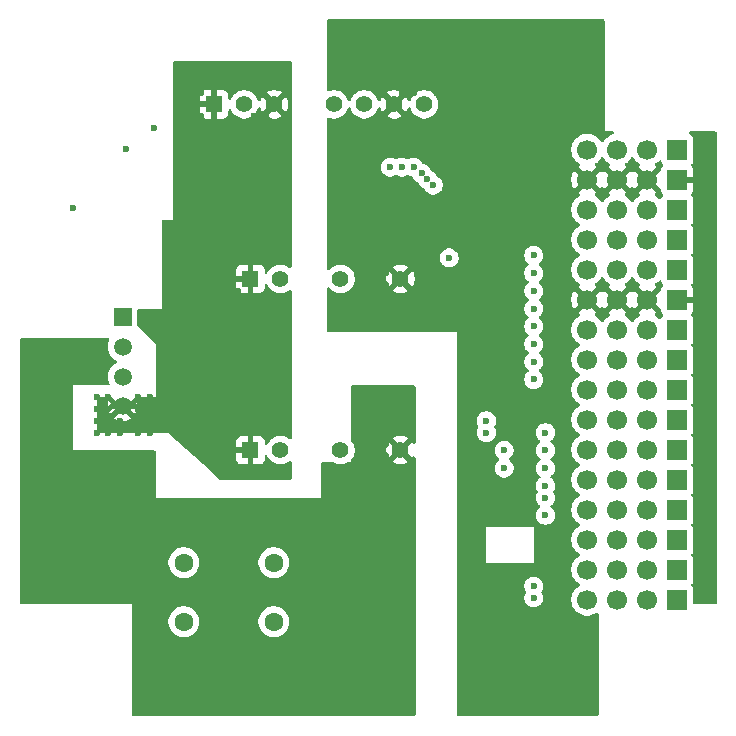
<source format=gbl>
%TF.GenerationSoftware,KiCad,Pcbnew,9.0.4*%
%TF.CreationDate,2025-11-06T05:11:40+09:00*%
%TF.ProjectId,CAN_Isolation_mini,43414e5f-4973-46f6-9c61-74696f6e5f6d,Ver.1.1*%
%TF.SameCoordinates,Original*%
%TF.FileFunction,Copper,L4,Bot*%
%TF.FilePolarity,Positive*%
%FSLAX46Y46*%
G04 Gerber Fmt 4.6, Leading zero omitted, Abs format (unit mm)*
G04 Created by KiCad (PCBNEW 9.0.4) date 2025-11-06 05:11:40*
%MOMM*%
%LPD*%
G01*
G04 APERTURE LIST*
%TA.AperFunction,ComponentPad*%
%ADD10R,1.700000X1.700000*%
%TD*%
%TA.AperFunction,ComponentPad*%
%ADD11C,1.700000*%
%TD*%
%TA.AperFunction,ComponentPad*%
%ADD12R,1.508000X1.508000*%
%TD*%
%TA.AperFunction,ComponentPad*%
%ADD13C,1.508000*%
%TD*%
%TA.AperFunction,ComponentPad*%
%ADD14C,1.600000*%
%TD*%
%TA.AperFunction,ComponentPad*%
%ADD15R,1.397000X1.397000*%
%TD*%
%TA.AperFunction,ComponentPad*%
%ADD16C,1.397000*%
%TD*%
%TA.AperFunction,ViaPad*%
%ADD17C,0.600000*%
%TD*%
%TA.AperFunction,Conductor*%
%ADD18C,0.400000*%
%TD*%
%TA.AperFunction,Conductor*%
%ADD19C,1.200000*%
%TD*%
G04 APERTURE END LIST*
D10*
%TO.P,J6,1,Pin_1*%
%TO.N,unconnected-(J6-Pin_1-Pad1)*%
X144810000Y-89500000D03*
D11*
%TO.P,J6,2,Pin_2*%
%TO.N,unconnected-(J6-Pin_2-Pad2)*%
X142270000Y-89500000D03*
%TO.P,J6,3,Pin_3*%
%TO.N,unconnected-(J6-Pin_3-Pad3)*%
X139730000Y-89500000D03*
%TO.P,J6,4,Pin_4*%
%TO.N,unconnected-(J6-Pin_4-Pad4)*%
X137190000Y-89500000D03*
%TD*%
D10*
%TO.P,J3,1,Pin_1*%
%TO.N,GND_VP*%
X144810000Y-81880000D03*
D11*
%TO.P,J3,2,Pin_2*%
X142270000Y-81880000D03*
%TO.P,J3,3,Pin_3*%
X139730000Y-81880000D03*
%TO.P,J3,4,Pin_4*%
X137190000Y-81880000D03*
%TD*%
D12*
%TO.P,J1,1,1*%
%TO.N,BAT_12V*%
X97857095Y-93544905D03*
D13*
%TO.P,J1,2,2*%
%TO.N,CAN_H*%
X97857095Y-96044905D03*
%TO.P,J1,3,3*%
%TO.N,CAN_L*%
X97857095Y-98544905D03*
%TO.P,J1,4,4*%
%TO.N,BAT_GND*%
X97857095Y-101044905D03*
%TD*%
D10*
%TO.P,J8,1,Pin_1*%
%TO.N,+5VP*%
X144810000Y-94580000D03*
D11*
%TO.P,J8,2,Pin_2*%
X142270000Y-94580000D03*
%TO.P,J8,3,Pin_3*%
X139730000Y-94580000D03*
%TO.P,J8,4,Pin_4*%
X137190000Y-94580000D03*
%TD*%
D10*
%TO.P,J11,1,Pin_1*%
%TO.N,CAN_LED*%
X144810000Y-102200000D03*
D11*
%TO.P,J11,2,Pin_2*%
X142270000Y-102200000D03*
%TO.P,J11,3,Pin_3*%
X139730000Y-102200000D03*
%TO.P,J11,4,Pin_4*%
X137190000Y-102200000D03*
%TD*%
D10*
%TO.P,J17,1,Pin_1*%
%TO.N,unconnected-(J17-Pin_1-Pad1)*%
X144810000Y-117440000D03*
D11*
%TO.P,J17,2,Pin_2*%
%TO.N,unconnected-(J17-Pin_2-Pad2)*%
X142270000Y-117440000D03*
%TO.P,J17,3,Pin_3*%
%TO.N,unconnected-(J17-Pin_3-Pad3)*%
X139730000Y-117440000D03*
%TO.P,J17,4,Pin_4*%
%TO.N,unconnected-(J17-Pin_4-Pad4)*%
X137190000Y-117440000D03*
%TD*%
D10*
%TO.P,J15,1,Pin_1*%
%TO.N,CAN_SCK*%
X144810000Y-112360000D03*
D11*
%TO.P,J15,2,Pin_2*%
X142270000Y-112360000D03*
%TO.P,J15,3,Pin_3*%
X139730000Y-112360000D03*
%TO.P,J15,4,Pin_4*%
X137190000Y-112360000D03*
%TD*%
D10*
%TO.P,J13,1,Pin_1*%
%TO.N,CAN_SDO*%
X144810000Y-107280000D03*
D11*
%TO.P,J13,2,Pin_2*%
X142270000Y-107280000D03*
%TO.P,J13,3,Pin_3*%
X139730000Y-107280000D03*
%TO.P,J13,4,Pin_4*%
X137190000Y-107280000D03*
%TD*%
D14*
%TO.P,R12,1*%
%TO.N,Net-(C12-Pad1)*%
X103037095Y-114294905D03*
%TO.P,R12,2*%
%TO.N,CAN_L*%
X110657095Y-114294905D03*
%TD*%
D10*
%TO.P,J16,1,Pin_1*%
%TO.N,unconnected-(J16-Pin_1-Pad1)*%
X144810000Y-114900000D03*
D11*
%TO.P,J16,2,Pin_2*%
%TO.N,unconnected-(J16-Pin_2-Pad2)*%
X142270000Y-114900000D03*
%TO.P,J16,3,Pin_3*%
%TO.N,unconnected-(J16-Pin_3-Pad3)*%
X139730000Y-114900000D03*
%TO.P,J16,4,Pin_4*%
%TO.N,unconnected-(J16-Pin_4-Pad4)*%
X137190000Y-114900000D03*
%TD*%
D10*
%TO.P,J7,1,Pin_1*%
%TO.N,GND_VP*%
X144810000Y-92040000D03*
D11*
%TO.P,J7,2,Pin_2*%
X142270000Y-92040000D03*
%TO.P,J7,3,Pin_3*%
X139730000Y-92040000D03*
%TO.P,J7,4,Pin_4*%
X137190000Y-92040000D03*
%TD*%
D10*
%TO.P,J10,1,Pin_1*%
%TO.N,unconnected-(J10-Pin_1-Pad1)*%
X144810000Y-99660000D03*
D11*
%TO.P,J10,2,Pin_2*%
%TO.N,unconnected-(J10-Pin_2-Pad2)*%
X142270000Y-99660000D03*
%TO.P,J10,3,Pin_3*%
%TO.N,unconnected-(J10-Pin_3-Pad3)*%
X139730000Y-99660000D03*
%TO.P,J10,4,Pin_4*%
%TO.N,unconnected-(J10-Pin_4-Pad4)*%
X137190000Y-99660000D03*
%TD*%
D15*
%TO.P,U3,1,-VIN*%
%TO.N,BAT_GND*%
X108680095Y-90270905D03*
D16*
%TO.P,U3,2,+VIN*%
%TO.N,BAT_12V*%
X111220095Y-90270905D03*
%TO.P,U3,3,+VOUT*%
%TO.N,+3.3VP*%
X116300095Y-90270905D03*
%TO.P,U3,4,-VOUT*%
%TO.N,GND_VP*%
X121380095Y-90270905D03*
%TD*%
D15*
%TO.P,U4,1,-VIN*%
%TO.N,BAT_GND*%
X108680095Y-104770905D03*
D16*
%TO.P,U4,2,+VIN*%
%TO.N,BAT_12V*%
X111220095Y-104770905D03*
%TO.P,U4,3,+VOUT*%
%TO.N,+5VCAN*%
X116300095Y-104770905D03*
%TO.P,U4,4,-VOUT*%
%TO.N,GND_5VCAN*%
X121380095Y-104770905D03*
%TD*%
D10*
%TO.P,J9,1,Pin_1*%
%TO.N,unconnected-(J9-Pin_1-Pad1)*%
X144810000Y-97120000D03*
D11*
%TO.P,J9,2,Pin_2*%
%TO.N,unconnected-(J9-Pin_2-Pad2)*%
X142270000Y-97120000D03*
%TO.P,J9,3,Pin_3*%
%TO.N,unconnected-(J9-Pin_3-Pad3)*%
X139730000Y-97120000D03*
%TO.P,J9,4,Pin_4*%
%TO.N,unconnected-(J9-Pin_4-Pad4)*%
X137190000Y-97120000D03*
%TD*%
D15*
%TO.P,U7,1,-VIN*%
%TO.N,BAT_GND*%
X105610000Y-75500000D03*
D16*
%TO.P,U7,2,+VIN*%
%TO.N,BAT_12V*%
X108150000Y-75500000D03*
%TO.P,U7,3,RC*%
%TO.N,BAT_GND*%
X110690000Y-75500000D03*
%TO.P,U7,5,NC*%
%TO.N,unconnected-(U7-NC-Pad5)*%
X115770000Y-75500000D03*
%TO.P,U7,6,+VOUT*%
%TO.N,+5VP*%
X118310000Y-75500000D03*
%TO.P,U7,7,-VOUT*%
%TO.N,GND_VP*%
X120850000Y-75500000D03*
%TO.P,U7,8,NC*%
%TO.N,unconnected-(U7-NC-Pad8)*%
X123390000Y-75500000D03*
%TD*%
D14*
%TO.P,R11,1*%
%TO.N,CAN_H*%
X110657095Y-119294905D03*
%TO.P,R11,2*%
%TO.N,Net-(C12-Pad1)*%
X103037095Y-119294905D03*
%TD*%
D10*
%TO.P,J2,1,Pin_1*%
%TO.N,unconnected-(J2-Pin_1-Pad1)*%
X144810000Y-79340000D03*
D11*
%TO.P,J2,2,Pin_2*%
%TO.N,unconnected-(J2-Pin_2-Pad2)*%
X142270000Y-79340000D03*
%TO.P,J2,3,Pin_3*%
%TO.N,unconnected-(J2-Pin_3-Pad3)*%
X139730000Y-79340000D03*
%TO.P,J2,4,Pin_4*%
%TO.N,unconnected-(J2-Pin_4-Pad4)*%
X137190000Y-79340000D03*
%TD*%
D10*
%TO.P,J5,1,Pin_1*%
%TO.N,unconnected-(J5-Pin_1-Pad1)*%
X144810000Y-86960000D03*
D11*
%TO.P,J5,2,Pin_2*%
%TO.N,unconnected-(J5-Pin_2-Pad2)*%
X142270000Y-86960000D03*
%TO.P,J5,3,Pin_3*%
%TO.N,unconnected-(J5-Pin_3-Pad3)*%
X139730000Y-86960000D03*
%TO.P,J5,4,Pin_4*%
%TO.N,unconnected-(J5-Pin_4-Pad4)*%
X137190000Y-86960000D03*
%TD*%
D10*
%TO.P,J14,1,Pin_1*%
%TO.N,CAN_SDI*%
X144810000Y-109820000D03*
D11*
%TO.P,J14,2,Pin_2*%
X142270000Y-109820000D03*
%TO.P,J14,3,Pin_3*%
X139730000Y-109820000D03*
%TO.P,J14,4,Pin_4*%
X137190000Y-109820000D03*
%TD*%
D10*
%TO.P,J4,1,Pin_1*%
%TO.N,+5VP*%
X144810000Y-84420000D03*
D11*
%TO.P,J4,2,Pin_2*%
X142270000Y-84420000D03*
%TO.P,J4,3,Pin_3*%
X139730000Y-84420000D03*
%TO.P,J4,4,Pin_4*%
X137190000Y-84420000D03*
%TD*%
D10*
%TO.P,J12,1,Pin_1*%
%TO.N,CAN_CS*%
X144810000Y-104740000D03*
D11*
%TO.P,J12,2,Pin_2*%
X142270000Y-104740000D03*
%TO.P,J12,3,Pin_3*%
X139730000Y-104740000D03*
%TO.P,J12,4,Pin_4*%
X137190000Y-104740000D03*
%TD*%
D17*
%TO.N,BAT_GND*%
X110657095Y-94270905D03*
X109657095Y-99294905D03*
X107657095Y-92294905D03*
X111657095Y-94294905D03*
X106657095Y-98294905D03*
X108000000Y-84500000D03*
X99157095Y-101294905D03*
X108657095Y-95294905D03*
X110000000Y-76500000D03*
X107657095Y-90294905D03*
X106657095Y-95294905D03*
X106657095Y-94294905D03*
X107000000Y-80500000D03*
X111000000Y-83500000D03*
X109657095Y-95294905D03*
X107657095Y-97294905D03*
X108657095Y-100294905D03*
X111000000Y-80500000D03*
X103500000Y-79500000D03*
X103500000Y-77500000D03*
X99157095Y-102294905D03*
X108657095Y-92294905D03*
X95657095Y-100294905D03*
X109657095Y-102294905D03*
X108657095Y-93294905D03*
X107657095Y-103294905D03*
X100157095Y-100294905D03*
X106657095Y-90294905D03*
X109657095Y-101294905D03*
X107657095Y-93294905D03*
X96657095Y-103294905D03*
X97657095Y-102294905D03*
X106657095Y-97294905D03*
X110000000Y-84500000D03*
X108657095Y-102294905D03*
X107000000Y-79500000D03*
X108657095Y-103294905D03*
X107000000Y-84500000D03*
X103500000Y-80500000D03*
X110657095Y-97294905D03*
X109000000Y-84500000D03*
X110657095Y-93294905D03*
X108000000Y-79500000D03*
X95657095Y-103294905D03*
X107000000Y-85500000D03*
X108000000Y-85500000D03*
X110000000Y-85500000D03*
X108657095Y-96294905D03*
X104000000Y-84500000D03*
X111657095Y-99294905D03*
X95657095Y-101294905D03*
X109000000Y-78500000D03*
X110657095Y-100294905D03*
X96657095Y-102294905D03*
X108000000Y-78500000D03*
X104500000Y-80500000D03*
X111657095Y-100294905D03*
X110000000Y-81500000D03*
X109657095Y-100294905D03*
X110000000Y-78500000D03*
X111657095Y-93294905D03*
X107657095Y-99294905D03*
X108657095Y-98294905D03*
X104500000Y-77500000D03*
X108657095Y-97294905D03*
X110000000Y-77500000D03*
X109657095Y-98294905D03*
X110657095Y-95294905D03*
X107657095Y-95294905D03*
X109000000Y-85500000D03*
X108000000Y-82500000D03*
X111000000Y-85500000D03*
X111000000Y-84500000D03*
X103500000Y-78500000D03*
X99157095Y-100294905D03*
X110000000Y-83500000D03*
X104500000Y-75500000D03*
X107000000Y-74500000D03*
X106657095Y-100294905D03*
X111657095Y-95294905D03*
X109000000Y-83500000D03*
X96657095Y-100294905D03*
X104000000Y-85500000D03*
X103500000Y-74500000D03*
X108657095Y-94294905D03*
X111657095Y-102294905D03*
X108657095Y-101294905D03*
X109000000Y-77500000D03*
X107657095Y-100294905D03*
X106657095Y-92294905D03*
X109657095Y-93294905D03*
X109657095Y-92294905D03*
X100157095Y-101294905D03*
X109657095Y-103294905D03*
X107657095Y-101294905D03*
X111657095Y-92294905D03*
X104000000Y-83500000D03*
X111000000Y-82500000D03*
X107657095Y-102294905D03*
X107000000Y-78500000D03*
X109000000Y-80500000D03*
X103500000Y-75500000D03*
X109657095Y-97294905D03*
X109000000Y-81500000D03*
X104500000Y-79500000D03*
X110657095Y-101294905D03*
X109000000Y-76500000D03*
X110657095Y-99294905D03*
X110000000Y-80500000D03*
X104500000Y-81500000D03*
X96657095Y-101294905D03*
X104500000Y-76500000D03*
X107000000Y-77500000D03*
X104500000Y-78500000D03*
X110657095Y-92294905D03*
X111000000Y-79500000D03*
X99157095Y-103294905D03*
X110657095Y-96294905D03*
X107657095Y-98294905D03*
X109657095Y-94294905D03*
X110000000Y-79500000D03*
X95657095Y-102294905D03*
X111657095Y-103294905D03*
X111000000Y-77500000D03*
X106657095Y-102294905D03*
X110657095Y-102294905D03*
X109000000Y-79500000D03*
X111657095Y-98294905D03*
X110657095Y-98294905D03*
X106657095Y-99294905D03*
X107657095Y-94294905D03*
X108000000Y-81500000D03*
X107000000Y-82500000D03*
X104500000Y-82500000D03*
X111657095Y-101294905D03*
X104500000Y-74500000D03*
X107000000Y-83500000D03*
X108657095Y-99294905D03*
X111657095Y-97294905D03*
X106657095Y-101294905D03*
X108000000Y-77500000D03*
X106657095Y-103294905D03*
X109657095Y-96294905D03*
X110000000Y-82500000D03*
X100157095Y-103294905D03*
X111000000Y-81500000D03*
X107657095Y-91294905D03*
X110657095Y-103294905D03*
X106657095Y-96294905D03*
X97657095Y-103294905D03*
X103500000Y-81500000D03*
X111657095Y-96294905D03*
X108000000Y-80500000D03*
X106657095Y-93294905D03*
X103500000Y-76500000D03*
X111000000Y-78500000D03*
X108000000Y-83500000D03*
X107000000Y-76500000D03*
X107657095Y-96294905D03*
X100157095Y-102294905D03*
X107000000Y-81500000D03*
X106657095Y-91294905D03*
X109000000Y-82500000D03*
%TO.N,GND_5VCAN*%
X120157095Y-107294905D03*
X113157095Y-114294905D03*
X111157095Y-109294905D03*
X118157095Y-114294905D03*
X97657095Y-114294905D03*
X115157095Y-109294905D03*
X96657095Y-109294905D03*
X107157095Y-110294905D03*
X116157095Y-108294905D03*
X95657095Y-111294905D03*
X122157095Y-106294905D03*
X97657095Y-113294905D03*
X122157095Y-111294905D03*
X97657095Y-117294905D03*
X120157095Y-109294905D03*
X93657095Y-113294905D03*
X95657095Y-112294905D03*
X97657095Y-108294905D03*
X121157095Y-106294905D03*
X117157095Y-109294905D03*
X108157095Y-109294905D03*
X118157095Y-111294905D03*
X94657095Y-110294905D03*
X122157095Y-107294905D03*
X118157095Y-112294905D03*
X108157095Y-110294905D03*
X118157095Y-102294905D03*
X120157095Y-102294905D03*
X97657095Y-109294905D03*
X106157095Y-109294905D03*
X113157095Y-112294905D03*
X122157095Y-110294905D03*
X95657095Y-114294905D03*
X113157095Y-109294905D03*
X96657095Y-110294905D03*
X97657095Y-106294905D03*
X96657095Y-115294905D03*
X96657095Y-113294905D03*
X103157095Y-109294905D03*
X119157095Y-113294905D03*
X119157095Y-102294905D03*
X96657095Y-117294905D03*
X117157095Y-114294905D03*
X102157095Y-109294905D03*
X114157095Y-109294905D03*
X99657095Y-116294905D03*
X94657095Y-114294905D03*
X100657095Y-115294905D03*
X114157095Y-114294905D03*
X100657095Y-117294905D03*
X93657095Y-110294905D03*
X115157095Y-112294905D03*
X94657095Y-109294905D03*
X121157095Y-108294905D03*
X114157095Y-111294905D03*
X95657095Y-113294905D03*
X98657095Y-117294905D03*
X120157095Y-106294905D03*
X119157095Y-108294905D03*
X114157095Y-110294905D03*
X99657095Y-115294905D03*
X112157095Y-110294905D03*
X111157095Y-112294905D03*
X96657095Y-111294905D03*
X99657095Y-113294905D03*
X109157095Y-109294905D03*
X121157095Y-109294905D03*
X100657095Y-119294905D03*
X96657095Y-114294905D03*
X120157095Y-105294905D03*
X96657095Y-107294905D03*
X115157095Y-107294905D03*
X121157095Y-111294905D03*
X117157095Y-111294905D03*
X96657095Y-116294905D03*
X94657095Y-108294905D03*
X111157095Y-111294905D03*
X117157095Y-113294905D03*
X116157095Y-111294905D03*
X95657095Y-115294905D03*
X112157095Y-112294905D03*
X115157095Y-106294905D03*
X100657095Y-120294905D03*
X97657095Y-111294905D03*
X97657095Y-110294905D03*
X105157095Y-109294905D03*
X114157095Y-113294905D03*
X114157095Y-112294905D03*
X94657095Y-113294905D03*
X122157095Y-109294905D03*
X99657095Y-114294905D03*
X93657095Y-106294905D03*
X121157095Y-110294905D03*
X120157095Y-108294905D03*
X120157095Y-110294905D03*
X118157095Y-103294905D03*
X112157095Y-109294905D03*
X119157095Y-104294905D03*
X95657095Y-109294905D03*
X118157095Y-107294905D03*
X93657095Y-107294905D03*
X104157095Y-109294905D03*
X122157095Y-108294905D03*
X113157095Y-111294905D03*
X118157095Y-104294905D03*
X113157095Y-110294905D03*
X117157095Y-108294905D03*
X105157095Y-110294905D03*
X100657095Y-118294905D03*
X119157095Y-110294905D03*
X119157095Y-109294905D03*
X102157095Y-110294905D03*
X95657095Y-106294905D03*
X120157095Y-104294905D03*
X97657095Y-112294905D03*
X117157095Y-107294905D03*
X98657095Y-109294905D03*
X95657095Y-107294905D03*
X98657095Y-110294905D03*
X94657095Y-106294905D03*
X99657095Y-118294905D03*
X115157095Y-114294905D03*
X100657095Y-116294905D03*
X103157095Y-110294905D03*
X94657095Y-112294905D03*
X116157095Y-113294905D03*
X92657095Y-110294905D03*
X99657095Y-119294905D03*
X96657095Y-112294905D03*
X118157095Y-113294905D03*
X116157095Y-109294905D03*
X116157095Y-110294905D03*
X119157095Y-106294905D03*
X121157095Y-107294905D03*
X107157095Y-109294905D03*
X92657095Y-113294905D03*
X111157095Y-110294905D03*
X96657095Y-108294905D03*
X97657095Y-107294905D03*
X98657095Y-114294905D03*
X119157095Y-107294905D03*
X118157095Y-106294905D03*
X94657095Y-115294905D03*
X110157095Y-109294905D03*
X110157095Y-111294905D03*
X120157095Y-111294905D03*
X118157095Y-109294905D03*
X99657095Y-117294905D03*
X109157095Y-110294905D03*
X115157095Y-108294905D03*
X95657095Y-116294905D03*
X115157095Y-113294905D03*
X119157095Y-111294905D03*
X93657095Y-114294905D03*
X116157095Y-106294905D03*
X94657095Y-111294905D03*
X117157095Y-112294905D03*
X116157095Y-107294905D03*
X116157095Y-114294905D03*
X120157095Y-103294905D03*
X118157095Y-105294905D03*
X99657095Y-120294905D03*
X119157095Y-112294905D03*
X117157095Y-110294905D03*
X98657095Y-115294905D03*
X118157095Y-110294905D03*
X97657095Y-115294905D03*
X117157095Y-106294905D03*
X113157095Y-113294905D03*
X94657095Y-107294905D03*
X115157095Y-111294905D03*
X104157095Y-110294905D03*
X98657095Y-116294905D03*
X119157095Y-103294905D03*
X118157095Y-108294905D03*
X98657095Y-113294905D03*
X112157095Y-111294905D03*
X106157095Y-110294905D03*
X116157095Y-112294905D03*
X115157095Y-110294905D03*
X95657095Y-110294905D03*
X119157095Y-105294905D03*
X110157095Y-110294905D03*
X95657095Y-108294905D03*
X96657095Y-106294905D03*
X97657095Y-116294905D03*
%TO.N,CAN_CS*%
X133657095Y-103294905D03*
X132657095Y-98794905D03*
%TO.N,CAN_SDO*%
X133657095Y-104794905D03*
X132657095Y-97294905D03*
%TO.N,CAN_SDI*%
X133657095Y-106294905D03*
X132657095Y-95794905D03*
%TO.N,CAN_SCK*%
X132657095Y-94294905D03*
X133657095Y-107794905D03*
%TO.N,CAN_GPIO0*%
X132657095Y-92794905D03*
X133657095Y-108794905D03*
%TO.N,CAN_GPIO1*%
X133657095Y-110294905D03*
X132657095Y-91294905D03*
%TO.N,CAN_CLK*%
X130157095Y-104794905D03*
X132657095Y-88294905D03*
%TO.N,CAN_INT*%
X132657095Y-89794905D03*
X130157095Y-106294905D03*
%TO.N,Net-(U1-RXCAN)*%
X128657095Y-103294905D03*
X132657095Y-116294905D03*
%TO.N,Net-(U1-TXCAN)*%
X128657095Y-102294905D03*
X132657095Y-117294905D03*
%TO.N,CAN_LED*%
X98157095Y-79294905D03*
%TO.N,GND_VP*%
X122157095Y-92794905D03*
X125500000Y-79000000D03*
X119157095Y-93794905D03*
X121157095Y-87794905D03*
X133000000Y-77000000D03*
X123157095Y-93794905D03*
X127657095Y-115794905D03*
X122157095Y-88794905D03*
X125500000Y-75500000D03*
X118157095Y-91794905D03*
X126657095Y-116794905D03*
X120157095Y-92794905D03*
X130157095Y-101294905D03*
X134000000Y-120000000D03*
X128657095Y-115794905D03*
X128657095Y-100294905D03*
X122500000Y-79000000D03*
X120500000Y-73500000D03*
X122157095Y-93794905D03*
X121157095Y-91794905D03*
X128157095Y-100794905D03*
X124500000Y-78000000D03*
X121500000Y-79000000D03*
X123157095Y-89794905D03*
X127657095Y-114794905D03*
X126657095Y-115794905D03*
X121500000Y-73500000D03*
X124500000Y-80000000D03*
X125500000Y-74500000D03*
X128157095Y-99794905D03*
X127657095Y-112794905D03*
X120157095Y-87794905D03*
X126657095Y-110794905D03*
X127657095Y-100294905D03*
X100500000Y-77500000D03*
X134000000Y-121000000D03*
X123500000Y-73500000D03*
X120157095Y-88794905D03*
X119157095Y-89794905D03*
X123500000Y-77000000D03*
X122500000Y-74500000D03*
X120500000Y-78000000D03*
X123157095Y-88794905D03*
X127657095Y-116794905D03*
X119157095Y-90794905D03*
X124500000Y-79000000D03*
X127657095Y-110794905D03*
X120500000Y-77000000D03*
X119157095Y-92794905D03*
X118157095Y-88794905D03*
X122157095Y-87794905D03*
X125500000Y-73500000D03*
X121157095Y-93794905D03*
X118157095Y-89794905D03*
X127657095Y-111794905D03*
X125500000Y-80000000D03*
X133000000Y-121000000D03*
X132000000Y-122000000D03*
X122500000Y-77000000D03*
X127657095Y-113794905D03*
X137000000Y-77000000D03*
X118157095Y-92794905D03*
X124500000Y-74500000D03*
X122157095Y-91794905D03*
X122500000Y-73500000D03*
X133000000Y-120000000D03*
X119157095Y-91794905D03*
X121157095Y-88794905D03*
X134000000Y-122000000D03*
X131000000Y-77000000D03*
X123157095Y-92794905D03*
X121500000Y-77000000D03*
X121500000Y-78000000D03*
X126657095Y-112794905D03*
X118157095Y-90794905D03*
X134000000Y-77000000D03*
X133000000Y-122000000D03*
X126657095Y-113794905D03*
X130000000Y-77000000D03*
X124500000Y-77000000D03*
X123157095Y-91794905D03*
X121500000Y-74500000D03*
X120157095Y-90794905D03*
X127657095Y-117794905D03*
X120157095Y-91794905D03*
X121157095Y-92794905D03*
X126657095Y-111794905D03*
X118157095Y-87794905D03*
X136000000Y-77000000D03*
X128657095Y-117794905D03*
X132000000Y-77000000D03*
X120157095Y-93794905D03*
X119157095Y-88794905D03*
X129157095Y-101294905D03*
X135000000Y-77000000D03*
X124500000Y-73500000D03*
X123500000Y-79000000D03*
X123157095Y-87794905D03*
X126657095Y-117794905D03*
X125500000Y-78000000D03*
X119157095Y-87794905D03*
X128657095Y-116794905D03*
X125500000Y-77000000D03*
X126657095Y-114794905D03*
X123157095Y-90794905D03*
X120157095Y-89794905D03*
X123500000Y-78000000D03*
X122500000Y-78000000D03*
X138000000Y-77000000D03*
%TO.N,+3.3VP*%
X125500000Y-88500000D03*
X93657095Y-84294905D03*
%TO.N,+5VP*%
X122500000Y-80810000D03*
X124162500Y-82337500D03*
X121500000Y-80810000D03*
X123662500Y-81837500D03*
X123162500Y-81337500D03*
X120500000Y-80810000D03*
%TD*%
D18*
%TO.N,BAT_GND*%
X97857095Y-101044905D02*
X98907095Y-101044905D01*
D19*
X108680095Y-104770905D02*
X108680095Y-104817905D01*
D18*
X98907095Y-101044905D02*
X99157095Y-101294905D01*
X97857095Y-101044905D02*
X98407095Y-101044905D01*
X97857095Y-101044905D02*
X97407095Y-101044905D01*
X97857095Y-101044905D02*
X96907095Y-101044905D01*
D19*
X108680095Y-104770905D02*
X108681095Y-104770905D01*
D18*
X97407095Y-101044905D02*
X96657095Y-100294905D01*
X96907095Y-101044905D02*
X96657095Y-101294905D01*
X98407095Y-101044905D02*
X99157095Y-100294905D01*
%TD*%
%TA.AperFunction,Conductor*%
%TO.N,BAT_GND*%
G36*
X112100134Y-71814590D02*
G01*
X112145889Y-71867394D01*
X112157095Y-71918905D01*
X112157095Y-89226266D01*
X112137410Y-89293305D01*
X112084606Y-89339060D01*
X112015448Y-89349004D01*
X111960209Y-89326584D01*
X111848508Y-89245428D01*
X111680353Y-89159749D01*
X111680352Y-89159748D01*
X111680351Y-89159748D01*
X111500862Y-89101428D01*
X111500860Y-89101427D01*
X111500858Y-89101427D01*
X111314463Y-89071905D01*
X111314458Y-89071905D01*
X111125732Y-89071905D01*
X111125727Y-89071905D01*
X110939331Y-89101427D01*
X110759836Y-89159749D01*
X110591681Y-89245428D01*
X110525785Y-89293305D01*
X110438999Y-89356359D01*
X110438997Y-89356361D01*
X110438996Y-89356361D01*
X110305551Y-89489806D01*
X110305551Y-89489807D01*
X110305549Y-89489809D01*
X110257908Y-89555380D01*
X110194618Y-89642491D01*
X110113080Y-89802519D01*
X110065105Y-89853315D01*
X109997284Y-89870110D01*
X109931149Y-89847573D01*
X109887698Y-89792857D01*
X109878595Y-89746224D01*
X109878595Y-89524577D01*
X109878594Y-89524560D01*
X109872193Y-89465032D01*
X109872191Y-89465025D01*
X109821949Y-89330318D01*
X109821945Y-89330311D01*
X109735785Y-89215217D01*
X109735782Y-89215214D01*
X109620688Y-89129054D01*
X109620681Y-89129050D01*
X109485974Y-89078808D01*
X109485967Y-89078806D01*
X109426439Y-89072405D01*
X108930095Y-89072405D01*
X108930095Y-89901977D01*
X108851666Y-89856697D01*
X108738615Y-89826405D01*
X108621575Y-89826405D01*
X108508524Y-89856697D01*
X108430095Y-89901977D01*
X108430095Y-89072405D01*
X107933750Y-89072405D01*
X107874222Y-89078806D01*
X107874215Y-89078808D01*
X107739508Y-89129050D01*
X107739501Y-89129054D01*
X107624407Y-89215214D01*
X107624404Y-89215217D01*
X107538244Y-89330311D01*
X107538240Y-89330318D01*
X107487998Y-89465025D01*
X107487996Y-89465032D01*
X107481595Y-89524560D01*
X107481595Y-90020905D01*
X108311168Y-90020905D01*
X108265887Y-90099334D01*
X108235595Y-90212385D01*
X108235595Y-90329425D01*
X108265887Y-90442476D01*
X108311168Y-90520905D01*
X107481595Y-90520905D01*
X107481595Y-91017249D01*
X107487996Y-91076777D01*
X107487998Y-91076784D01*
X107538240Y-91211491D01*
X107538244Y-91211498D01*
X107624404Y-91326592D01*
X107624407Y-91326595D01*
X107739501Y-91412755D01*
X107739508Y-91412759D01*
X107874215Y-91463001D01*
X107874222Y-91463003D01*
X107933750Y-91469404D01*
X107933767Y-91469405D01*
X108430095Y-91469405D01*
X108430095Y-90639832D01*
X108508524Y-90685113D01*
X108621575Y-90715405D01*
X108738615Y-90715405D01*
X108851666Y-90685113D01*
X108930095Y-90639832D01*
X108930095Y-91469405D01*
X109426423Y-91469405D01*
X109426439Y-91469404D01*
X109485967Y-91463003D01*
X109485974Y-91463001D01*
X109620681Y-91412759D01*
X109620688Y-91412755D01*
X109735782Y-91326595D01*
X109735785Y-91326592D01*
X109821945Y-91211498D01*
X109821949Y-91211491D01*
X109872191Y-91076784D01*
X109872193Y-91076777D01*
X109878594Y-91017249D01*
X109878595Y-91017232D01*
X109878595Y-90795585D01*
X109898280Y-90728546D01*
X109951084Y-90682791D01*
X110020242Y-90672847D01*
X110083798Y-90701872D01*
X110113079Y-90739289D01*
X110194618Y-90899318D01*
X110305549Y-91052001D01*
X110438999Y-91185451D01*
X110591682Y-91296382D01*
X110759839Y-91382062D01*
X110939328Y-91440382D01*
X111009229Y-91451453D01*
X111125727Y-91469905D01*
X111125732Y-91469905D01*
X111314463Y-91469905D01*
X111418015Y-91453503D01*
X111500862Y-91440382D01*
X111680351Y-91382062D01*
X111848508Y-91296382D01*
X111960212Y-91215223D01*
X112026015Y-91191745D01*
X112094069Y-91207570D01*
X112142764Y-91257675D01*
X112157095Y-91315543D01*
X112157095Y-103726266D01*
X112137410Y-103793305D01*
X112084606Y-103839060D01*
X112015448Y-103849004D01*
X111960209Y-103826584D01*
X111848508Y-103745428D01*
X111680353Y-103659749D01*
X111680352Y-103659748D01*
X111680351Y-103659748D01*
X111500862Y-103601428D01*
X111500860Y-103601427D01*
X111500858Y-103601427D01*
X111314463Y-103571905D01*
X111314458Y-103571905D01*
X111125732Y-103571905D01*
X111125727Y-103571905D01*
X110939331Y-103601427D01*
X110759836Y-103659749D01*
X110591681Y-103745428D01*
X110525785Y-103793305D01*
X110438999Y-103856359D01*
X110438997Y-103856361D01*
X110438996Y-103856361D01*
X110305551Y-103989806D01*
X110305551Y-103989807D01*
X110305549Y-103989809D01*
X110257908Y-104055380D01*
X110194618Y-104142491D01*
X110113080Y-104302519D01*
X110065105Y-104353315D01*
X109997284Y-104370110D01*
X109931149Y-104347573D01*
X109887698Y-104292857D01*
X109878595Y-104246224D01*
X109878595Y-104024577D01*
X109878594Y-104024560D01*
X109872193Y-103965032D01*
X109872191Y-103965025D01*
X109821949Y-103830318D01*
X109821945Y-103830311D01*
X109735785Y-103715217D01*
X109735782Y-103715214D01*
X109620688Y-103629054D01*
X109620681Y-103629050D01*
X109485974Y-103578808D01*
X109485967Y-103578806D01*
X109426439Y-103572405D01*
X108930095Y-103572405D01*
X108930095Y-104401977D01*
X108851666Y-104356697D01*
X108738615Y-104326405D01*
X108621575Y-104326405D01*
X108508524Y-104356697D01*
X108430095Y-104401977D01*
X108430095Y-103572405D01*
X107933750Y-103572405D01*
X107874222Y-103578806D01*
X107874215Y-103578808D01*
X107739508Y-103629050D01*
X107739501Y-103629054D01*
X107624407Y-103715214D01*
X107624404Y-103715217D01*
X107538244Y-103830311D01*
X107538240Y-103830318D01*
X107487998Y-103965025D01*
X107487996Y-103965032D01*
X107481595Y-104024560D01*
X107481595Y-104520905D01*
X108311168Y-104520905D01*
X108265887Y-104599334D01*
X108235595Y-104712385D01*
X108235595Y-104829425D01*
X108265887Y-104942476D01*
X108311168Y-105020905D01*
X107481595Y-105020905D01*
X107481595Y-105517249D01*
X107487996Y-105576777D01*
X107487998Y-105576784D01*
X107538240Y-105711491D01*
X107538244Y-105711498D01*
X107624404Y-105826592D01*
X107624407Y-105826595D01*
X107739501Y-105912755D01*
X107739508Y-105912759D01*
X107874215Y-105963001D01*
X107874222Y-105963003D01*
X107933750Y-105969404D01*
X107933767Y-105969405D01*
X108430095Y-105969405D01*
X108430095Y-105139832D01*
X108508524Y-105185113D01*
X108621575Y-105215405D01*
X108738615Y-105215405D01*
X108851666Y-105185113D01*
X108930095Y-105139832D01*
X108930095Y-105969405D01*
X109426423Y-105969405D01*
X109426439Y-105969404D01*
X109485967Y-105963003D01*
X109485974Y-105963001D01*
X109620681Y-105912759D01*
X109620688Y-105912755D01*
X109735782Y-105826595D01*
X109735785Y-105826592D01*
X109821945Y-105711498D01*
X109821949Y-105711491D01*
X109872191Y-105576784D01*
X109872193Y-105576777D01*
X109878594Y-105517249D01*
X109878595Y-105517232D01*
X109878595Y-105295585D01*
X109898280Y-105228546D01*
X109951084Y-105182791D01*
X110020242Y-105172847D01*
X110083798Y-105201872D01*
X110113079Y-105239289D01*
X110194618Y-105399318D01*
X110305549Y-105552001D01*
X110438999Y-105685451D01*
X110591682Y-105796382D01*
X110759839Y-105882062D01*
X110939328Y-105940382D01*
X111009229Y-105951453D01*
X111125727Y-105969905D01*
X111125732Y-105969905D01*
X111314463Y-105969905D01*
X111418015Y-105953503D01*
X111500862Y-105940382D01*
X111680351Y-105882062D01*
X111848508Y-105796382D01*
X111960212Y-105715223D01*
X112026015Y-105691745D01*
X112094069Y-105707570D01*
X112142764Y-105757675D01*
X112157095Y-105815543D01*
X112157095Y-107170905D01*
X112137410Y-107237944D01*
X112084606Y-107283699D01*
X112033095Y-107294905D01*
X106204240Y-107294905D01*
X106137201Y-107275220D01*
X106121859Y-107263584D01*
X104658703Y-105963001D01*
X101657095Y-103294905D01*
X101657094Y-103294905D01*
X95781095Y-103294905D01*
X95714056Y-103275220D01*
X95668301Y-103222416D01*
X95657095Y-103170905D01*
X95657095Y-100418905D01*
X95676780Y-100351866D01*
X95729584Y-100306111D01*
X95781095Y-100294905D01*
X96629492Y-100294905D01*
X96696531Y-100314590D01*
X96742286Y-100367394D01*
X96752230Y-100436552D01*
X96739976Y-100475200D01*
X96694970Y-100563526D01*
X96633971Y-100751258D01*
X96603095Y-100946207D01*
X96603095Y-101143602D01*
X96633971Y-101338551D01*
X96694968Y-101526278D01*
X96784578Y-101702144D01*
X96810552Y-101737893D01*
X96810552Y-101737894D01*
X97374132Y-101174313D01*
X97391170Y-101237898D01*
X97456996Y-101351912D01*
X97550088Y-101445004D01*
X97664102Y-101510830D01*
X97727685Y-101527867D01*
X97164104Y-102091446D01*
X97164105Y-102091447D01*
X97199850Y-102117417D01*
X97199863Y-102117425D01*
X97375721Y-102207031D01*
X97563448Y-102268028D01*
X97758398Y-102298905D01*
X97955792Y-102298905D01*
X98150741Y-102268028D01*
X98338468Y-102207031D01*
X98514336Y-102117421D01*
X98550083Y-102091448D01*
X98550083Y-102091446D01*
X97986505Y-101527867D01*
X98050088Y-101510830D01*
X98164102Y-101445004D01*
X98257194Y-101351912D01*
X98323020Y-101237898D01*
X98340057Y-101174314D01*
X98903636Y-101737893D01*
X98903638Y-101737893D01*
X98929611Y-101702146D01*
X99019221Y-101526278D01*
X99080218Y-101338551D01*
X99111095Y-101143602D01*
X99111095Y-100946207D01*
X99080218Y-100751258D01*
X99019219Y-100563526D01*
X98974214Y-100475200D01*
X98961317Y-100406531D01*
X98987593Y-100341791D01*
X99044699Y-100301533D01*
X99084698Y-100294905D01*
X100657095Y-100294905D01*
X100657095Y-95794905D01*
X99147913Y-94285723D01*
X99114428Y-94224400D01*
X99111594Y-94198050D01*
X99111594Y-92918904D01*
X99131279Y-92851866D01*
X99184083Y-92806111D01*
X99235594Y-92794905D01*
X101157095Y-92794905D01*
X101157095Y-85418905D01*
X101176780Y-85351866D01*
X101229584Y-85306111D01*
X101281095Y-85294905D01*
X102157095Y-85294905D01*
X102157095Y-74753655D01*
X104411500Y-74753655D01*
X104411500Y-75250000D01*
X105241073Y-75250000D01*
X105195792Y-75328429D01*
X105165500Y-75441480D01*
X105165500Y-75558520D01*
X105195792Y-75671571D01*
X105241073Y-75750000D01*
X104411500Y-75750000D01*
X104411500Y-76246344D01*
X104417901Y-76305872D01*
X104417903Y-76305879D01*
X104468145Y-76440586D01*
X104468149Y-76440593D01*
X104554309Y-76555687D01*
X104554312Y-76555690D01*
X104669406Y-76641850D01*
X104669413Y-76641854D01*
X104804120Y-76692096D01*
X104804127Y-76692098D01*
X104863655Y-76698499D01*
X104863672Y-76698500D01*
X105360000Y-76698500D01*
X105360000Y-75868927D01*
X105438429Y-75914208D01*
X105551480Y-75944500D01*
X105668520Y-75944500D01*
X105781571Y-75914208D01*
X105860000Y-75868927D01*
X105860000Y-76698500D01*
X106356328Y-76698500D01*
X106356344Y-76698499D01*
X106415872Y-76692098D01*
X106415879Y-76692096D01*
X106550586Y-76641854D01*
X106550593Y-76641850D01*
X106665687Y-76555690D01*
X106665690Y-76555687D01*
X106751850Y-76440593D01*
X106751854Y-76440586D01*
X106802096Y-76305879D01*
X106802098Y-76305872D01*
X106808499Y-76246344D01*
X106808500Y-76246327D01*
X106808500Y-76024680D01*
X106828185Y-75957641D01*
X106880989Y-75911886D01*
X106950147Y-75901942D01*
X107013703Y-75930967D01*
X107042984Y-75968384D01*
X107124523Y-76128413D01*
X107235454Y-76281096D01*
X107368904Y-76414546D01*
X107521587Y-76525477D01*
X107689744Y-76611157D01*
X107869233Y-76669477D01*
X107939134Y-76680548D01*
X108055632Y-76699000D01*
X108055637Y-76699000D01*
X108244368Y-76699000D01*
X108347920Y-76682598D01*
X108430767Y-76669477D01*
X108610256Y-76611157D01*
X108778413Y-76525477D01*
X108931096Y-76414546D01*
X109064546Y-76281096D01*
X109175477Y-76128413D01*
X109261157Y-75960256D01*
X109302333Y-75833529D01*
X109341768Y-75775858D01*
X109406127Y-75748659D01*
X109474973Y-75760573D01*
X109526449Y-75807817D01*
X109538193Y-75833533D01*
X109579304Y-75960061D01*
X109579305Y-75960063D01*
X109664952Y-76128153D01*
X109683189Y-76153255D01*
X109683190Y-76153255D01*
X110252352Y-75584093D01*
X110275792Y-75671571D01*
X110334311Y-75772930D01*
X110417070Y-75855689D01*
X110518429Y-75914208D01*
X110605905Y-75937647D01*
X110036743Y-76506808D01*
X110036743Y-76506809D01*
X110061844Y-76525046D01*
X110229935Y-76610694D01*
X110229938Y-76610695D01*
X110409349Y-76668988D01*
X110595677Y-76698500D01*
X110784323Y-76698500D01*
X110970650Y-76668988D01*
X111150061Y-76610695D01*
X111150064Y-76610694D01*
X111318151Y-76525048D01*
X111343255Y-76506808D01*
X111343256Y-76506808D01*
X110774095Y-75937647D01*
X110861571Y-75914208D01*
X110962930Y-75855689D01*
X111045689Y-75772930D01*
X111104208Y-75671571D01*
X111127647Y-75584094D01*
X111696808Y-76153256D01*
X111696808Y-76153255D01*
X111715048Y-76128151D01*
X111800694Y-75960064D01*
X111800695Y-75960061D01*
X111858988Y-75780650D01*
X111888500Y-75594323D01*
X111888500Y-75405676D01*
X111858988Y-75219349D01*
X111800695Y-75039938D01*
X111800694Y-75039935D01*
X111715046Y-74871844D01*
X111696809Y-74846743D01*
X111696808Y-74846743D01*
X111127647Y-75415904D01*
X111104208Y-75328429D01*
X111045689Y-75227070D01*
X110962930Y-75144311D01*
X110861571Y-75085792D01*
X110774094Y-75062352D01*
X111343255Y-74493190D01*
X111343255Y-74493189D01*
X111318153Y-74474952D01*
X111150063Y-74389305D01*
X111150061Y-74389304D01*
X110970650Y-74331011D01*
X110784323Y-74301500D01*
X110595677Y-74301500D01*
X110409349Y-74331011D01*
X110229938Y-74389304D01*
X110229936Y-74389305D01*
X110061844Y-74474953D01*
X110061839Y-74474957D01*
X110036743Y-74493188D01*
X110036743Y-74493191D01*
X110605906Y-75062352D01*
X110518429Y-75085792D01*
X110417070Y-75144311D01*
X110334311Y-75227070D01*
X110275792Y-75328429D01*
X110252352Y-75415905D01*
X109683191Y-74846743D01*
X109683188Y-74846743D01*
X109664957Y-74871839D01*
X109664953Y-74871844D01*
X109579306Y-75039935D01*
X109538193Y-75166467D01*
X109498755Y-75224142D01*
X109434396Y-75251340D01*
X109365550Y-75239425D01*
X109314074Y-75192181D01*
X109302333Y-75166472D01*
X109261157Y-75039744D01*
X109175477Y-74871587D01*
X109064546Y-74718904D01*
X108931096Y-74585454D01*
X108778413Y-74474523D01*
X108719120Y-74444312D01*
X108610258Y-74388844D01*
X108610257Y-74388843D01*
X108610256Y-74388843D01*
X108430767Y-74330523D01*
X108430765Y-74330522D01*
X108430763Y-74330522D01*
X108244368Y-74301000D01*
X108244363Y-74301000D01*
X108055637Y-74301000D01*
X108055632Y-74301000D01*
X107869236Y-74330522D01*
X107689741Y-74388844D01*
X107521586Y-74474523D01*
X107434475Y-74537813D01*
X107368904Y-74585454D01*
X107368902Y-74585456D01*
X107368901Y-74585456D01*
X107235456Y-74718901D01*
X107235456Y-74718902D01*
X107235454Y-74718904D01*
X107187813Y-74784475D01*
X107124523Y-74871586D01*
X107042985Y-75031614D01*
X106995010Y-75082410D01*
X106927189Y-75099205D01*
X106861054Y-75076668D01*
X106817603Y-75021952D01*
X106808500Y-74975319D01*
X106808500Y-74753672D01*
X106808499Y-74753655D01*
X106802098Y-74694127D01*
X106802096Y-74694120D01*
X106751854Y-74559413D01*
X106751850Y-74559406D01*
X106665690Y-74444312D01*
X106665687Y-74444309D01*
X106550593Y-74358149D01*
X106550586Y-74358145D01*
X106415879Y-74307903D01*
X106415872Y-74307901D01*
X106356344Y-74301500D01*
X105860000Y-74301500D01*
X105860000Y-75131072D01*
X105781571Y-75085792D01*
X105668520Y-75055500D01*
X105551480Y-75055500D01*
X105438429Y-75085792D01*
X105360000Y-75131072D01*
X105360000Y-74301500D01*
X104863655Y-74301500D01*
X104804127Y-74307901D01*
X104804120Y-74307903D01*
X104669413Y-74358145D01*
X104669406Y-74358149D01*
X104554312Y-74444309D01*
X104554309Y-74444312D01*
X104468149Y-74559406D01*
X104468145Y-74559413D01*
X104417903Y-74694120D01*
X104417901Y-74694127D01*
X104411500Y-74753655D01*
X102157095Y-74753655D01*
X102157095Y-71918905D01*
X102176780Y-71851866D01*
X102229584Y-71806111D01*
X102281095Y-71794905D01*
X112033095Y-71794905D01*
X112100134Y-71814590D01*
G37*
%TD.AperFunction*%
%TD*%
%TA.AperFunction,Conductor*%
%TO.N,GND_5VCAN*%
G36*
X96695971Y-95314590D02*
G01*
X96741726Y-95367394D01*
X96751670Y-95436552D01*
X96739418Y-95475195D01*
X96694504Y-95563344D01*
X96694503Y-95563346D01*
X96694503Y-95563347D01*
X96633484Y-95751141D01*
X96602595Y-95946168D01*
X96602595Y-96143641D01*
X96633484Y-96338668D01*
X96673565Y-96462023D01*
X96694504Y-96526466D01*
X96777139Y-96688644D01*
X96784153Y-96702409D01*
X96900210Y-96862151D01*
X97039848Y-97001789D01*
X97184452Y-97106848D01*
X97199594Y-97117849D01*
X97330246Y-97184420D01*
X97381042Y-97232395D01*
X97397837Y-97300216D01*
X97375299Y-97366351D01*
X97330246Y-97405389D01*
X97299282Y-97421167D01*
X97199590Y-97471963D01*
X97039848Y-97588020D01*
X96900210Y-97727658D01*
X96784153Y-97887400D01*
X96694503Y-98063346D01*
X96633484Y-98251141D01*
X96602595Y-98446168D01*
X96602595Y-98643641D01*
X96633484Y-98838668D01*
X96664668Y-98934640D01*
X96694504Y-99026466D01*
X96739417Y-99114612D01*
X96752313Y-99183279D01*
X96726037Y-99248019D01*
X96668931Y-99288277D01*
X96628932Y-99294905D01*
X93657095Y-99294905D01*
X93657095Y-104794905D01*
X100533095Y-104794905D01*
X100600134Y-104814590D01*
X100645889Y-104867394D01*
X100657095Y-104918905D01*
X100657095Y-108794905D01*
X114657095Y-108794905D01*
X114657095Y-105918905D01*
X114676780Y-105851866D01*
X114729584Y-105806111D01*
X114781095Y-105794905D01*
X115639014Y-105794905D01*
X115695307Y-105808419D01*
X115839839Y-105882062D01*
X116019328Y-105940382D01*
X116089229Y-105951453D01*
X116205727Y-105969905D01*
X116205732Y-105969905D01*
X116394463Y-105969905D01*
X116498015Y-105953503D01*
X116580862Y-105940382D01*
X116760351Y-105882062D01*
X116904882Y-105808419D01*
X116961176Y-105794905D01*
X117157095Y-105794905D01*
X117157095Y-105660909D01*
X117176780Y-105593870D01*
X117193414Y-105573228D01*
X117214641Y-105552001D01*
X117325572Y-105399318D01*
X117411252Y-105231161D01*
X117469572Y-105051672D01*
X117486867Y-104942476D01*
X117499095Y-104865273D01*
X117499095Y-104676536D01*
X117475618Y-104528312D01*
X117469572Y-104490138D01*
X117411252Y-104310649D01*
X117325572Y-104142492D01*
X117214641Y-103989809D01*
X117193414Y-103968582D01*
X117178710Y-103941654D01*
X117162118Y-103915836D01*
X117161226Y-103909635D01*
X117159929Y-103907259D01*
X117157095Y-103880901D01*
X117157095Y-99418905D01*
X117176780Y-99351866D01*
X117229584Y-99306111D01*
X117281095Y-99294905D01*
X122533095Y-99294905D01*
X122600134Y-99314590D01*
X122645889Y-99367394D01*
X122657095Y-99418905D01*
X122657095Y-104120737D01*
X122637410Y-104187776D01*
X122584606Y-104233531D01*
X122515448Y-104243475D01*
X122451892Y-104214450D01*
X122422611Y-104177033D01*
X122405143Y-104142752D01*
X122386904Y-104117648D01*
X122386903Y-104117648D01*
X121817742Y-104686809D01*
X121794303Y-104599334D01*
X121735784Y-104497975D01*
X121653025Y-104415216D01*
X121551666Y-104356697D01*
X121464189Y-104333257D01*
X122033350Y-103764095D01*
X122033350Y-103764094D01*
X122008248Y-103745857D01*
X121840158Y-103660210D01*
X121840156Y-103660209D01*
X121660745Y-103601916D01*
X121474418Y-103572405D01*
X121285772Y-103572405D01*
X121099444Y-103601916D01*
X120920033Y-103660209D01*
X120920031Y-103660210D01*
X120751939Y-103745858D01*
X120751934Y-103745862D01*
X120726838Y-103764093D01*
X120726838Y-103764096D01*
X121296001Y-104333257D01*
X121208524Y-104356697D01*
X121107165Y-104415216D01*
X121024406Y-104497975D01*
X120965887Y-104599334D01*
X120942447Y-104686810D01*
X120373286Y-104117648D01*
X120373283Y-104117648D01*
X120355052Y-104142744D01*
X120355048Y-104142749D01*
X120269400Y-104310841D01*
X120269399Y-104310843D01*
X120211106Y-104490254D01*
X120181595Y-104676581D01*
X120181595Y-104865228D01*
X120211106Y-105051555D01*
X120269399Y-105230966D01*
X120269400Y-105230968D01*
X120355047Y-105399058D01*
X120373284Y-105424160D01*
X120373285Y-105424160D01*
X120942447Y-104854998D01*
X120965887Y-104942476D01*
X121024406Y-105043835D01*
X121107165Y-105126594D01*
X121208524Y-105185113D01*
X121296000Y-105208552D01*
X120726838Y-105777713D01*
X120726838Y-105777714D01*
X120751939Y-105795951D01*
X120920030Y-105881599D01*
X120920033Y-105881600D01*
X121099444Y-105939893D01*
X121285772Y-105969405D01*
X121474418Y-105969405D01*
X121660745Y-105939893D01*
X121840156Y-105881600D01*
X121840159Y-105881599D01*
X122008246Y-105795953D01*
X122033350Y-105777713D01*
X122033351Y-105777713D01*
X121464190Y-105208552D01*
X121551666Y-105185113D01*
X121653025Y-105126594D01*
X121735784Y-105043835D01*
X121794303Y-104942476D01*
X121817742Y-104854999D01*
X122386903Y-105424161D01*
X122386903Y-105424160D01*
X122405143Y-105399056D01*
X122422610Y-105364777D01*
X122470585Y-105313981D01*
X122538406Y-105297186D01*
X122604541Y-105319724D01*
X122647992Y-105374439D01*
X122657095Y-105421072D01*
X122657095Y-127170405D01*
X122637410Y-127237444D01*
X122584606Y-127283199D01*
X122533095Y-127294405D01*
X98781095Y-127294405D01*
X98714056Y-127274720D01*
X98668301Y-127221916D01*
X98657095Y-127170405D01*
X98657095Y-119192553D01*
X101736595Y-119192553D01*
X101736595Y-119397256D01*
X101768617Y-119599439D01*
X101831876Y-119794128D01*
X101924810Y-119976518D01*
X102045123Y-120142118D01*
X102189881Y-120286876D01*
X102344844Y-120399461D01*
X102355485Y-120407192D01*
X102471702Y-120466408D01*
X102537871Y-120500123D01*
X102537873Y-120500123D01*
X102537876Y-120500125D01*
X102642232Y-120534032D01*
X102732560Y-120563382D01*
X102833652Y-120579393D01*
X102934743Y-120595405D01*
X102934744Y-120595405D01*
X103139446Y-120595405D01*
X103139447Y-120595405D01*
X103341629Y-120563382D01*
X103536314Y-120500125D01*
X103718705Y-120407192D01*
X103811685Y-120339637D01*
X103884308Y-120286876D01*
X103884310Y-120286873D01*
X103884314Y-120286871D01*
X104029061Y-120142124D01*
X104029063Y-120142120D01*
X104029066Y-120142118D01*
X104081827Y-120069495D01*
X104149382Y-119976515D01*
X104242315Y-119794124D01*
X104305572Y-119599439D01*
X104337595Y-119397257D01*
X104337595Y-119192553D01*
X109356595Y-119192553D01*
X109356595Y-119397256D01*
X109388617Y-119599439D01*
X109451876Y-119794128D01*
X109544810Y-119976518D01*
X109665123Y-120142118D01*
X109809881Y-120286876D01*
X109964844Y-120399461D01*
X109975485Y-120407192D01*
X110091702Y-120466408D01*
X110157871Y-120500123D01*
X110157873Y-120500123D01*
X110157876Y-120500125D01*
X110262232Y-120534032D01*
X110352560Y-120563382D01*
X110453652Y-120579393D01*
X110554743Y-120595405D01*
X110554744Y-120595405D01*
X110759446Y-120595405D01*
X110759447Y-120595405D01*
X110961629Y-120563382D01*
X111156314Y-120500125D01*
X111338705Y-120407192D01*
X111431685Y-120339637D01*
X111504308Y-120286876D01*
X111504310Y-120286873D01*
X111504314Y-120286871D01*
X111649061Y-120142124D01*
X111649063Y-120142120D01*
X111649066Y-120142118D01*
X111701827Y-120069495D01*
X111769382Y-119976515D01*
X111862315Y-119794124D01*
X111925572Y-119599439D01*
X111957595Y-119397257D01*
X111957595Y-119192553D01*
X111925572Y-118990371D01*
X111862315Y-118795686D01*
X111862313Y-118795683D01*
X111862313Y-118795681D01*
X111828598Y-118729512D01*
X111769382Y-118613295D01*
X111707796Y-118528528D01*
X111649066Y-118447691D01*
X111504308Y-118302933D01*
X111338708Y-118182620D01*
X111338707Y-118182619D01*
X111338705Y-118182618D01*
X111256529Y-118140747D01*
X111156318Y-118089686D01*
X110961629Y-118026427D01*
X110787090Y-117998783D01*
X110759447Y-117994405D01*
X110554743Y-117994405D01*
X110530424Y-117998256D01*
X110352560Y-118026427D01*
X110157871Y-118089686D01*
X109975481Y-118182620D01*
X109809881Y-118302933D01*
X109665123Y-118447691D01*
X109544810Y-118613291D01*
X109451876Y-118795681D01*
X109388617Y-118990370D01*
X109356595Y-119192553D01*
X104337595Y-119192553D01*
X104305572Y-118990371D01*
X104242315Y-118795686D01*
X104242313Y-118795683D01*
X104242313Y-118795681D01*
X104208598Y-118729512D01*
X104149382Y-118613295D01*
X104087796Y-118528528D01*
X104029066Y-118447691D01*
X103884308Y-118302933D01*
X103718708Y-118182620D01*
X103718707Y-118182619D01*
X103718705Y-118182618D01*
X103636529Y-118140747D01*
X103536318Y-118089686D01*
X103341629Y-118026427D01*
X103167090Y-117998783D01*
X103139447Y-117994405D01*
X102934743Y-117994405D01*
X102910424Y-117998256D01*
X102732560Y-118026427D01*
X102537871Y-118089686D01*
X102355481Y-118182620D01*
X102189881Y-118302933D01*
X102045123Y-118447691D01*
X101924810Y-118613291D01*
X101831876Y-118795681D01*
X101768617Y-118990370D01*
X101736595Y-119192553D01*
X98657095Y-119192553D01*
X98657095Y-117794905D01*
X89281595Y-117794905D01*
X89214556Y-117775220D01*
X89168801Y-117722416D01*
X89157595Y-117670905D01*
X89157595Y-114192553D01*
X101736595Y-114192553D01*
X101736595Y-114397256D01*
X101768617Y-114599439D01*
X101831876Y-114794128D01*
X101924810Y-114976518D01*
X102045123Y-115142118D01*
X102189881Y-115286876D01*
X102322727Y-115383392D01*
X102355485Y-115407192D01*
X102457409Y-115459125D01*
X102537871Y-115500123D01*
X102537873Y-115500123D01*
X102537876Y-115500125D01*
X102620592Y-115527001D01*
X102732560Y-115563382D01*
X102833652Y-115579393D01*
X102934743Y-115595405D01*
X102934744Y-115595405D01*
X103139446Y-115595405D01*
X103139447Y-115595405D01*
X103341629Y-115563382D01*
X103536314Y-115500125D01*
X103718705Y-115407192D01*
X103849735Y-115311994D01*
X103884308Y-115286876D01*
X103884310Y-115286873D01*
X103884314Y-115286871D01*
X104029061Y-115142124D01*
X104029063Y-115142120D01*
X104029066Y-115142118D01*
X104113119Y-115026427D01*
X104149382Y-114976515D01*
X104242315Y-114794124D01*
X104305572Y-114599439D01*
X104337595Y-114397257D01*
X104337595Y-114192553D01*
X109356595Y-114192553D01*
X109356595Y-114397256D01*
X109388617Y-114599439D01*
X109451876Y-114794128D01*
X109544810Y-114976518D01*
X109665123Y-115142118D01*
X109809881Y-115286876D01*
X109942727Y-115383392D01*
X109975485Y-115407192D01*
X110077409Y-115459125D01*
X110157871Y-115500123D01*
X110157873Y-115500123D01*
X110157876Y-115500125D01*
X110240592Y-115527001D01*
X110352560Y-115563382D01*
X110453652Y-115579393D01*
X110554743Y-115595405D01*
X110554744Y-115595405D01*
X110759446Y-115595405D01*
X110759447Y-115595405D01*
X110961629Y-115563382D01*
X111156314Y-115500125D01*
X111338705Y-115407192D01*
X111469735Y-115311994D01*
X111504308Y-115286876D01*
X111504310Y-115286873D01*
X111504314Y-115286871D01*
X111649061Y-115142124D01*
X111649063Y-115142120D01*
X111649066Y-115142118D01*
X111733119Y-115026427D01*
X111769382Y-114976515D01*
X111862315Y-114794124D01*
X111925572Y-114599439D01*
X111957595Y-114397257D01*
X111957595Y-114192553D01*
X111928246Y-114007251D01*
X111925572Y-113990370D01*
X111868756Y-113815510D01*
X111862315Y-113795686D01*
X111862313Y-113795683D01*
X111862313Y-113795681D01*
X111800781Y-113674919D01*
X111769382Y-113613295D01*
X111748890Y-113585090D01*
X111649066Y-113447691D01*
X111504308Y-113302933D01*
X111338708Y-113182620D01*
X111338707Y-113182619D01*
X111338705Y-113182618D01*
X111250129Y-113137486D01*
X111156318Y-113089686D01*
X110961629Y-113026427D01*
X110787090Y-112998783D01*
X110759447Y-112994405D01*
X110554743Y-112994405D01*
X110530424Y-112998256D01*
X110352560Y-113026427D01*
X110157871Y-113089686D01*
X109975481Y-113182620D01*
X109809881Y-113302933D01*
X109665123Y-113447691D01*
X109544810Y-113613291D01*
X109451876Y-113795681D01*
X109388617Y-113990370D01*
X109356595Y-114192553D01*
X104337595Y-114192553D01*
X104308246Y-114007251D01*
X104305572Y-113990370D01*
X104248756Y-113815510D01*
X104242315Y-113795686D01*
X104242313Y-113795683D01*
X104242313Y-113795681D01*
X104180781Y-113674919D01*
X104149382Y-113613295D01*
X104128890Y-113585090D01*
X104029066Y-113447691D01*
X103884308Y-113302933D01*
X103718708Y-113182620D01*
X103718707Y-113182619D01*
X103718705Y-113182618D01*
X103630129Y-113137486D01*
X103536318Y-113089686D01*
X103341629Y-113026427D01*
X103167090Y-112998783D01*
X103139447Y-112994405D01*
X102934743Y-112994405D01*
X102910424Y-112998256D01*
X102732560Y-113026427D01*
X102537871Y-113089686D01*
X102355481Y-113182620D01*
X102189881Y-113302933D01*
X102045123Y-113447691D01*
X101924810Y-113613291D01*
X101831876Y-113795681D01*
X101768617Y-113990370D01*
X101736595Y-114192553D01*
X89157595Y-114192553D01*
X89157595Y-95418905D01*
X89177280Y-95351866D01*
X89230084Y-95306111D01*
X89281595Y-95294905D01*
X96628932Y-95294905D01*
X96695971Y-95314590D01*
G37*
%TD.AperFunction*%
%TD*%
%TA.AperFunction,Conductor*%
%TO.N,GND_VP*%
G36*
X138600134Y-68315090D02*
G01*
X138645889Y-68367894D01*
X138657095Y-68419405D01*
X138657095Y-77794905D01*
X139332100Y-77794905D01*
X139399139Y-77814590D01*
X139444894Y-77867394D01*
X139454838Y-77936552D01*
X139425813Y-78000108D01*
X139370418Y-78036835D01*
X139341592Y-78046202D01*
X139211585Y-78088444D01*
X139022179Y-78184951D01*
X138850213Y-78309890D01*
X138699890Y-78460213D01*
X138574949Y-78632182D01*
X138570484Y-78640946D01*
X138522509Y-78691742D01*
X138454688Y-78708536D01*
X138388553Y-78685998D01*
X138349516Y-78640946D01*
X138345050Y-78632182D01*
X138220109Y-78460213D01*
X138069786Y-78309890D01*
X137897820Y-78184951D01*
X137708414Y-78088444D01*
X137708413Y-78088443D01*
X137708412Y-78088443D01*
X137506243Y-78022754D01*
X137506241Y-78022753D01*
X137506240Y-78022753D01*
X137344957Y-77997208D01*
X137296287Y-77989500D01*
X137083713Y-77989500D01*
X137035042Y-77997208D01*
X136873760Y-78022753D01*
X136671585Y-78088444D01*
X136482179Y-78184951D01*
X136310213Y-78309890D01*
X136159890Y-78460213D01*
X136034951Y-78632179D01*
X135938444Y-78821585D01*
X135872753Y-79023760D01*
X135839500Y-79233713D01*
X135839500Y-79446286D01*
X135872753Y-79656239D01*
X135938444Y-79858414D01*
X136034951Y-80047820D01*
X136159890Y-80219786D01*
X136310213Y-80370109D01*
X136482179Y-80495048D01*
X136482181Y-80495049D01*
X136482184Y-80495051D01*
X136491493Y-80499794D01*
X136542290Y-80547766D01*
X136559087Y-80615587D01*
X136536552Y-80681722D01*
X136491505Y-80720760D01*
X136482446Y-80725376D01*
X136482440Y-80725380D01*
X136428282Y-80764727D01*
X136428282Y-80764728D01*
X137060591Y-81397037D01*
X136997007Y-81414075D01*
X136882993Y-81479901D01*
X136789901Y-81572993D01*
X136724075Y-81687007D01*
X136707037Y-81750591D01*
X136074728Y-81118282D01*
X136074727Y-81118282D01*
X136035380Y-81172439D01*
X135938904Y-81361782D01*
X135873242Y-81563869D01*
X135873242Y-81563872D01*
X135840000Y-81773753D01*
X135840000Y-81986246D01*
X135873242Y-82196127D01*
X135873242Y-82196130D01*
X135938904Y-82398217D01*
X136035375Y-82587550D01*
X136074728Y-82641716D01*
X136707037Y-82009408D01*
X136724075Y-82072993D01*
X136789901Y-82187007D01*
X136882993Y-82280099D01*
X136997007Y-82345925D01*
X137060590Y-82362962D01*
X136428282Y-82995269D01*
X136428282Y-82995270D01*
X136482452Y-83034626D01*
X136482451Y-83034626D01*
X136491495Y-83039234D01*
X136542292Y-83087208D01*
X136559087Y-83155029D01*
X136536550Y-83221164D01*
X136491499Y-83260202D01*
X136482182Y-83264949D01*
X136310213Y-83389890D01*
X136159890Y-83540213D01*
X136034951Y-83712179D01*
X135938444Y-83901585D01*
X135872753Y-84103760D01*
X135839500Y-84313713D01*
X135839500Y-84526286D01*
X135872753Y-84736239D01*
X135938444Y-84938414D01*
X136034951Y-85127820D01*
X136159890Y-85299786D01*
X136310213Y-85450109D01*
X136482182Y-85575050D01*
X136490946Y-85579516D01*
X136541742Y-85627491D01*
X136558536Y-85695312D01*
X136535998Y-85761447D01*
X136490946Y-85800484D01*
X136482182Y-85804949D01*
X136310213Y-85929890D01*
X136159890Y-86080213D01*
X136034951Y-86252179D01*
X135938444Y-86441585D01*
X135872753Y-86643760D01*
X135839500Y-86853713D01*
X135839500Y-87066286D01*
X135872753Y-87276239D01*
X135938444Y-87478414D01*
X136034951Y-87667820D01*
X136159890Y-87839786D01*
X136310213Y-87990109D01*
X136482182Y-88115050D01*
X136490946Y-88119516D01*
X136541742Y-88167491D01*
X136558536Y-88235312D01*
X136535998Y-88301447D01*
X136490946Y-88340484D01*
X136482182Y-88344949D01*
X136310213Y-88469890D01*
X136159890Y-88620213D01*
X136034951Y-88792179D01*
X135938444Y-88981585D01*
X135872753Y-89183760D01*
X135845416Y-89356359D01*
X135839500Y-89393713D01*
X135839500Y-89606287D01*
X135845234Y-89642491D01*
X135871898Y-89810843D01*
X135872754Y-89816243D01*
X135929256Y-89990138D01*
X135938444Y-90018414D01*
X136034951Y-90207820D01*
X136159890Y-90379786D01*
X136310213Y-90530109D01*
X136482179Y-90655048D01*
X136482181Y-90655049D01*
X136482184Y-90655051D01*
X136491493Y-90659794D01*
X136542290Y-90707766D01*
X136559087Y-90775587D01*
X136536552Y-90841722D01*
X136491505Y-90880760D01*
X136482446Y-90885376D01*
X136482440Y-90885380D01*
X136428282Y-90924727D01*
X136428282Y-90924728D01*
X137060591Y-91557037D01*
X136997007Y-91574075D01*
X136882993Y-91639901D01*
X136789901Y-91732993D01*
X136724075Y-91847007D01*
X136707037Y-91910591D01*
X136074728Y-91278282D01*
X136074727Y-91278282D01*
X136035380Y-91332439D01*
X135938904Y-91521782D01*
X135873242Y-91723869D01*
X135873242Y-91723872D01*
X135840000Y-91933753D01*
X135840000Y-92146246D01*
X135873242Y-92356127D01*
X135873242Y-92356130D01*
X135938904Y-92558217D01*
X136035375Y-92747550D01*
X136074728Y-92801716D01*
X136707037Y-92169408D01*
X136724075Y-92232993D01*
X136789901Y-92347007D01*
X136882993Y-92440099D01*
X136997007Y-92505925D01*
X137060590Y-92522962D01*
X136428282Y-93155269D01*
X136428282Y-93155270D01*
X136482452Y-93194626D01*
X136482451Y-93194626D01*
X136491495Y-93199234D01*
X136542292Y-93247208D01*
X136559087Y-93315029D01*
X136536550Y-93381164D01*
X136491499Y-93420202D01*
X136482182Y-93424949D01*
X136310213Y-93549890D01*
X136159890Y-93700213D01*
X136034951Y-93872179D01*
X135938444Y-94061585D01*
X135872753Y-94263760D01*
X135839500Y-94473713D01*
X135839500Y-94686286D01*
X135858333Y-94805197D01*
X135872754Y-94896243D01*
X135934251Y-95085511D01*
X135938444Y-95098414D01*
X136034951Y-95287820D01*
X136159890Y-95459786D01*
X136310213Y-95610109D01*
X136482182Y-95735050D01*
X136490946Y-95739516D01*
X136541742Y-95787491D01*
X136558536Y-95855312D01*
X136535998Y-95921447D01*
X136490946Y-95960484D01*
X136482182Y-95964949D01*
X136310213Y-96089890D01*
X136159890Y-96240213D01*
X136034951Y-96412179D01*
X135938444Y-96601585D01*
X135872753Y-96803760D01*
X135839500Y-97013713D01*
X135839500Y-97226286D01*
X135862855Y-97373747D01*
X135872754Y-97436243D01*
X135902698Y-97528402D01*
X135938444Y-97638414D01*
X136034951Y-97827820D01*
X136159890Y-97999786D01*
X136310213Y-98150109D01*
X136482182Y-98275050D01*
X136490946Y-98279516D01*
X136541742Y-98327491D01*
X136558536Y-98395312D01*
X136535998Y-98461447D01*
X136490946Y-98500484D01*
X136482182Y-98504949D01*
X136310213Y-98629890D01*
X136159890Y-98780213D01*
X136034951Y-98952179D01*
X135938444Y-99141585D01*
X135872753Y-99343760D01*
X135839500Y-99553713D01*
X135839500Y-99766286D01*
X135872753Y-99976239D01*
X135938444Y-100178414D01*
X136034951Y-100367820D01*
X136159890Y-100539786D01*
X136310213Y-100690109D01*
X136482182Y-100815050D01*
X136490946Y-100819516D01*
X136541742Y-100867491D01*
X136558536Y-100935312D01*
X136535998Y-101001447D01*
X136490946Y-101040484D01*
X136482182Y-101044949D01*
X136310213Y-101169890D01*
X136159890Y-101320213D01*
X136034951Y-101492179D01*
X135938444Y-101681585D01*
X135872753Y-101883760D01*
X135839500Y-102093713D01*
X135839500Y-102306287D01*
X135872754Y-102516243D01*
X135924039Y-102674082D01*
X135938444Y-102718414D01*
X136034951Y-102907820D01*
X136159890Y-103079786D01*
X136310213Y-103230109D01*
X136482182Y-103355050D01*
X136490946Y-103359516D01*
X136541742Y-103407491D01*
X136558536Y-103475312D01*
X136535998Y-103541447D01*
X136490946Y-103580484D01*
X136482182Y-103584949D01*
X136310213Y-103709890D01*
X136159890Y-103860213D01*
X136034951Y-104032179D01*
X135938444Y-104221585D01*
X135872753Y-104423760D01*
X135839500Y-104633713D01*
X135839500Y-104846286D01*
X135872753Y-105056239D01*
X135938444Y-105258414D01*
X136034951Y-105447820D01*
X136159890Y-105619786D01*
X136310213Y-105770109D01*
X136482182Y-105895050D01*
X136490946Y-105899516D01*
X136541742Y-105947491D01*
X136558536Y-106015312D01*
X136535998Y-106081447D01*
X136490946Y-106120484D01*
X136482182Y-106124949D01*
X136310213Y-106249890D01*
X136159890Y-106400213D01*
X136034951Y-106572179D01*
X135938444Y-106761585D01*
X135872753Y-106963760D01*
X135839500Y-107173713D01*
X135839500Y-107386286D01*
X135867237Y-107561415D01*
X135872754Y-107596243D01*
X135911684Y-107716058D01*
X135938444Y-107798414D01*
X136034951Y-107987820D01*
X136159890Y-108159786D01*
X136310213Y-108310109D01*
X136482182Y-108435050D01*
X136490946Y-108439516D01*
X136541742Y-108487491D01*
X136558536Y-108555312D01*
X136535998Y-108621447D01*
X136490946Y-108660484D01*
X136482182Y-108664949D01*
X136310213Y-108789890D01*
X136159890Y-108940213D01*
X136034951Y-109112179D01*
X135938444Y-109301585D01*
X135872753Y-109503760D01*
X135863095Y-109564741D01*
X135839500Y-109713713D01*
X135839500Y-109926287D01*
X135872754Y-110136243D01*
X135898689Y-110216063D01*
X135938444Y-110338414D01*
X136034951Y-110527820D01*
X136159890Y-110699786D01*
X136310213Y-110850109D01*
X136482182Y-110975050D01*
X136490946Y-110979516D01*
X136541742Y-111027491D01*
X136558536Y-111095312D01*
X136535998Y-111161447D01*
X136490946Y-111200484D01*
X136482182Y-111204949D01*
X136310213Y-111329890D01*
X136159890Y-111480213D01*
X136034951Y-111652179D01*
X135938444Y-111841585D01*
X135872753Y-112043760D01*
X135839500Y-112253713D01*
X135839500Y-112466286D01*
X135872753Y-112676239D01*
X135938444Y-112878414D01*
X136034951Y-113067820D01*
X136159890Y-113239786D01*
X136310213Y-113390109D01*
X136482182Y-113515050D01*
X136490946Y-113519516D01*
X136541742Y-113567491D01*
X136558536Y-113635312D01*
X136535998Y-113701447D01*
X136490946Y-113740484D01*
X136482182Y-113744949D01*
X136310213Y-113869890D01*
X136159890Y-114020213D01*
X136034951Y-114192179D01*
X135938444Y-114381585D01*
X135872753Y-114583760D01*
X135839500Y-114793713D01*
X135839500Y-115006286D01*
X135872753Y-115216239D01*
X135938444Y-115418414D01*
X136034951Y-115607820D01*
X136159890Y-115779786D01*
X136310213Y-115930109D01*
X136482182Y-116055050D01*
X136490946Y-116059516D01*
X136541742Y-116107491D01*
X136558536Y-116175312D01*
X136535998Y-116241447D01*
X136490946Y-116280484D01*
X136482182Y-116284949D01*
X136310213Y-116409890D01*
X136159890Y-116560213D01*
X136034951Y-116732179D01*
X135938444Y-116921585D01*
X135872753Y-117123760D01*
X135839500Y-117333713D01*
X135839500Y-117546286D01*
X135869855Y-117737944D01*
X135872754Y-117756243D01*
X135888660Y-117805197D01*
X135938444Y-117958414D01*
X136034951Y-118147820D01*
X136159890Y-118319786D01*
X136310213Y-118470109D01*
X136482179Y-118595048D01*
X136482181Y-118595049D01*
X136482184Y-118595051D01*
X136671588Y-118691557D01*
X136873757Y-118757246D01*
X137083713Y-118790500D01*
X137083714Y-118790500D01*
X137296286Y-118790500D01*
X137296287Y-118790500D01*
X137506243Y-118757246D01*
X137708412Y-118691557D01*
X137897816Y-118595051D01*
X137934473Y-118568417D01*
X137960210Y-118549720D01*
X138026016Y-118526240D01*
X138094070Y-118542066D01*
X138142765Y-118592171D01*
X138157095Y-118650038D01*
X138157095Y-127170405D01*
X138137410Y-127237444D01*
X138084606Y-127283199D01*
X138033095Y-127294405D01*
X126281095Y-127294405D01*
X126214056Y-127274720D01*
X126168301Y-127221916D01*
X126157095Y-127170405D01*
X126157095Y-116216058D01*
X131856595Y-116216058D01*
X131856595Y-116373751D01*
X131887356Y-116528394D01*
X131887359Y-116528406D01*
X131947697Y-116674077D01*
X131947704Y-116674090D01*
X131982399Y-116726014D01*
X132003277Y-116792691D01*
X131984793Y-116860072D01*
X131982399Y-116863796D01*
X131947704Y-116915719D01*
X131947697Y-116915732D01*
X131887359Y-117061403D01*
X131887356Y-117061415D01*
X131856595Y-117216058D01*
X131856595Y-117373751D01*
X131887356Y-117528394D01*
X131887359Y-117528406D01*
X131947697Y-117674077D01*
X131947704Y-117674090D01*
X132035305Y-117805193D01*
X132035308Y-117805197D01*
X132146802Y-117916691D01*
X132146806Y-117916694D01*
X132277909Y-118004295D01*
X132277922Y-118004302D01*
X132423593Y-118064640D01*
X132423598Y-118064642D01*
X132578248Y-118095404D01*
X132578251Y-118095405D01*
X132578253Y-118095405D01*
X132735939Y-118095405D01*
X132735940Y-118095404D01*
X132890592Y-118064642D01*
X133036274Y-118004299D01*
X133167384Y-117916694D01*
X133278884Y-117805194D01*
X133366489Y-117674084D01*
X133426832Y-117528402D01*
X133457595Y-117373747D01*
X133457595Y-117216063D01*
X133457595Y-117216060D01*
X133457594Y-117216058D01*
X133426832Y-117061408D01*
X133368916Y-116921585D01*
X133366491Y-116915730D01*
X133366489Y-116915727D01*
X133366489Y-116915726D01*
X133331789Y-116863794D01*
X133310911Y-116797120D01*
X133329395Y-116729740D01*
X133331771Y-116726041D01*
X133366489Y-116674084D01*
X133426832Y-116528402D01*
X133457595Y-116373747D01*
X133457595Y-116216063D01*
X133457595Y-116216060D01*
X133457594Y-116216058D01*
X133448432Y-116170000D01*
X133426832Y-116061408D01*
X133426048Y-116059516D01*
X133366492Y-115915732D01*
X133366485Y-115915719D01*
X133278884Y-115784616D01*
X133278881Y-115784612D01*
X133167387Y-115673118D01*
X133167383Y-115673115D01*
X133036280Y-115585514D01*
X133036267Y-115585507D01*
X132890596Y-115525169D01*
X132890584Y-115525166D01*
X132735940Y-115494405D01*
X132735937Y-115494405D01*
X132578253Y-115494405D01*
X132578250Y-115494405D01*
X132423605Y-115525166D01*
X132423593Y-115525169D01*
X132277922Y-115585507D01*
X132277909Y-115585514D01*
X132146806Y-115673115D01*
X132146802Y-115673118D01*
X132035308Y-115784612D01*
X132035305Y-115784616D01*
X131947704Y-115915719D01*
X131947697Y-115915732D01*
X131887359Y-116061403D01*
X131887356Y-116061415D01*
X131856595Y-116216058D01*
X126157095Y-116216058D01*
X126157095Y-114294905D01*
X128657095Y-114294905D01*
X132657095Y-114294905D01*
X132657095Y-111294905D01*
X128657095Y-111294905D01*
X128657095Y-114294905D01*
X126157095Y-114294905D01*
X126157095Y-104716058D01*
X129356595Y-104716058D01*
X129356595Y-104873751D01*
X129387356Y-105028394D01*
X129387359Y-105028406D01*
X129447697Y-105174077D01*
X129447704Y-105174090D01*
X129535305Y-105305193D01*
X129535308Y-105305197D01*
X129646802Y-105416691D01*
X129646805Y-105416693D01*
X129646806Y-105416694D01*
X129672314Y-105433738D01*
X129684384Y-105441803D01*
X129729188Y-105495416D01*
X129737895Y-105564741D01*
X129707740Y-105627768D01*
X129684384Y-105648007D01*
X129646802Y-105673118D01*
X129535308Y-105784612D01*
X129535305Y-105784616D01*
X129447704Y-105915719D01*
X129447697Y-105915732D01*
X129387359Y-106061403D01*
X129387356Y-106061415D01*
X129356595Y-106216058D01*
X129356595Y-106373751D01*
X129387356Y-106528394D01*
X129387359Y-106528406D01*
X129447697Y-106674077D01*
X129447704Y-106674090D01*
X129535305Y-106805193D01*
X129535308Y-106805197D01*
X129646802Y-106916691D01*
X129646806Y-106916694D01*
X129777909Y-107004295D01*
X129777922Y-107004302D01*
X129875948Y-107044905D01*
X129923598Y-107064642D01*
X130078248Y-107095404D01*
X130078251Y-107095405D01*
X130078253Y-107095405D01*
X130235939Y-107095405D01*
X130235940Y-107095404D01*
X130390592Y-107064642D01*
X130536274Y-107004299D01*
X130667384Y-106916694D01*
X130778884Y-106805194D01*
X130866489Y-106674084D01*
X130926832Y-106528402D01*
X130957595Y-106373747D01*
X130957595Y-106216063D01*
X130957595Y-106216060D01*
X130957594Y-106216058D01*
X130951947Y-106187668D01*
X130926832Y-106061408D01*
X130880924Y-105950575D01*
X130866492Y-105915732D01*
X130866485Y-105915719D01*
X130778884Y-105784616D01*
X130778881Y-105784612D01*
X130667387Y-105673118D01*
X130667379Y-105673112D01*
X130629807Y-105648007D01*
X130585001Y-105594395D01*
X130576294Y-105525070D01*
X130606448Y-105462043D01*
X130629807Y-105441803D01*
X130656374Y-105424050D01*
X130667384Y-105416694D01*
X130778884Y-105305194D01*
X130866489Y-105174084D01*
X130926832Y-105028402D01*
X130957595Y-104873747D01*
X130957595Y-104716063D01*
X130957595Y-104716060D01*
X130957594Y-104716058D01*
X130926833Y-104561415D01*
X130926832Y-104561408D01*
X130926830Y-104561403D01*
X130866492Y-104415732D01*
X130866485Y-104415719D01*
X130778884Y-104284616D01*
X130778881Y-104284612D01*
X130667387Y-104173118D01*
X130667383Y-104173115D01*
X130536280Y-104085514D01*
X130536267Y-104085507D01*
X130390596Y-104025169D01*
X130390584Y-104025166D01*
X130235940Y-103994405D01*
X130235937Y-103994405D01*
X130078253Y-103994405D01*
X130078250Y-103994405D01*
X129923605Y-104025166D01*
X129923593Y-104025169D01*
X129777922Y-104085507D01*
X129777909Y-104085514D01*
X129646806Y-104173115D01*
X129646802Y-104173118D01*
X129535308Y-104284612D01*
X129535305Y-104284616D01*
X129447704Y-104415719D01*
X129447697Y-104415732D01*
X129387359Y-104561403D01*
X129387356Y-104561415D01*
X129356595Y-104716058D01*
X126157095Y-104716058D01*
X126157095Y-102216058D01*
X127856595Y-102216058D01*
X127856595Y-102373751D01*
X127887356Y-102528394D01*
X127887359Y-102528406D01*
X127947697Y-102674077D01*
X127947704Y-102674090D01*
X127982399Y-102726014D01*
X128003277Y-102792691D01*
X127984793Y-102860072D01*
X127982399Y-102863796D01*
X127947704Y-102915719D01*
X127947697Y-102915732D01*
X127887359Y-103061403D01*
X127887356Y-103061415D01*
X127856595Y-103216058D01*
X127856595Y-103373751D01*
X127887356Y-103528394D01*
X127887359Y-103528406D01*
X127947697Y-103674077D01*
X127947704Y-103674090D01*
X128035305Y-103805193D01*
X128035308Y-103805197D01*
X128146802Y-103916691D01*
X128146806Y-103916694D01*
X128277909Y-104004295D01*
X128277922Y-104004302D01*
X128366390Y-104040946D01*
X128423598Y-104064642D01*
X128578248Y-104095404D01*
X128578251Y-104095405D01*
X128578253Y-104095405D01*
X128735939Y-104095405D01*
X128735940Y-104095404D01*
X128890592Y-104064642D01*
X129036274Y-104004299D01*
X129167384Y-103916694D01*
X129278884Y-103805194D01*
X129366489Y-103674084D01*
X129426832Y-103528402D01*
X129457595Y-103373747D01*
X129457595Y-103216063D01*
X129457595Y-103216060D01*
X129457594Y-103216058D01*
X132856595Y-103216058D01*
X132856595Y-103373751D01*
X132887356Y-103528394D01*
X132887359Y-103528406D01*
X132947697Y-103674077D01*
X132947704Y-103674090D01*
X133035305Y-103805193D01*
X133035308Y-103805197D01*
X133146802Y-103916691D01*
X133146805Y-103916693D01*
X133146806Y-103916694D01*
X133172314Y-103933738D01*
X133184384Y-103941803D01*
X133229188Y-103995416D01*
X133237895Y-104064741D01*
X133207740Y-104127768D01*
X133184384Y-104148007D01*
X133146802Y-104173118D01*
X133035308Y-104284612D01*
X133035305Y-104284616D01*
X132947704Y-104415719D01*
X132947697Y-104415732D01*
X132887359Y-104561403D01*
X132887356Y-104561415D01*
X132856595Y-104716058D01*
X132856595Y-104873751D01*
X132887356Y-105028394D01*
X132887359Y-105028406D01*
X132947697Y-105174077D01*
X132947704Y-105174090D01*
X133035305Y-105305193D01*
X133035308Y-105305197D01*
X133146802Y-105416691D01*
X133146805Y-105416693D01*
X133146806Y-105416694D01*
X133172314Y-105433738D01*
X133184384Y-105441803D01*
X133229188Y-105495416D01*
X133237895Y-105564741D01*
X133207740Y-105627768D01*
X133184384Y-105648007D01*
X133146802Y-105673118D01*
X133035308Y-105784612D01*
X133035305Y-105784616D01*
X132947704Y-105915719D01*
X132947697Y-105915732D01*
X132887359Y-106061403D01*
X132887356Y-106061415D01*
X132856595Y-106216058D01*
X132856595Y-106373751D01*
X132887356Y-106528394D01*
X132887359Y-106528406D01*
X132947697Y-106674077D01*
X132947704Y-106674090D01*
X133035305Y-106805193D01*
X133035308Y-106805197D01*
X133146802Y-106916691D01*
X133146805Y-106916693D01*
X133146806Y-106916694D01*
X133172314Y-106933738D01*
X133184384Y-106941803D01*
X133229188Y-106995416D01*
X133237895Y-107064741D01*
X133207740Y-107127768D01*
X133184384Y-107148007D01*
X133146802Y-107173118D01*
X133035308Y-107284612D01*
X133035305Y-107284616D01*
X132947704Y-107415719D01*
X132947697Y-107415732D01*
X132887359Y-107561403D01*
X132887356Y-107561415D01*
X132856595Y-107716058D01*
X132856595Y-107873751D01*
X132887356Y-108028394D01*
X132887359Y-108028406D01*
X132947697Y-108174077D01*
X132947704Y-108174090D01*
X132982399Y-108226014D01*
X133003277Y-108292691D01*
X132984793Y-108360072D01*
X132982399Y-108363796D01*
X132947704Y-108415719D01*
X132947697Y-108415732D01*
X132887359Y-108561403D01*
X132887356Y-108561415D01*
X132856595Y-108716058D01*
X132856595Y-108873751D01*
X132887356Y-109028394D01*
X132887359Y-109028406D01*
X132947697Y-109174077D01*
X132947704Y-109174090D01*
X133035305Y-109305193D01*
X133035308Y-109305197D01*
X133146802Y-109416691D01*
X133146805Y-109416693D01*
X133146806Y-109416694D01*
X133172314Y-109433738D01*
X133184384Y-109441803D01*
X133229188Y-109495416D01*
X133237895Y-109564741D01*
X133207740Y-109627768D01*
X133184384Y-109648007D01*
X133146802Y-109673118D01*
X133035308Y-109784612D01*
X133035305Y-109784616D01*
X132947704Y-109915719D01*
X132947697Y-109915732D01*
X132887359Y-110061403D01*
X132887356Y-110061415D01*
X132856595Y-110216058D01*
X132856595Y-110373751D01*
X132887356Y-110528394D01*
X132887359Y-110528406D01*
X132947697Y-110674077D01*
X132947704Y-110674090D01*
X133035305Y-110805193D01*
X133035308Y-110805197D01*
X133146802Y-110916691D01*
X133146806Y-110916694D01*
X133277909Y-111004295D01*
X133277922Y-111004302D01*
X133341352Y-111030575D01*
X133423598Y-111064642D01*
X133577785Y-111095312D01*
X133578248Y-111095404D01*
X133578251Y-111095405D01*
X133578253Y-111095405D01*
X133735939Y-111095405D01*
X133735940Y-111095404D01*
X133890592Y-111064642D01*
X134036274Y-111004299D01*
X134167384Y-110916694D01*
X134278884Y-110805194D01*
X134366489Y-110674084D01*
X134426832Y-110528402D01*
X134457595Y-110373747D01*
X134457595Y-110216063D01*
X134457595Y-110216060D01*
X134457594Y-110216058D01*
X134426833Y-110061415D01*
X134426832Y-110061408D01*
X134426830Y-110061403D01*
X134366492Y-109915732D01*
X134366485Y-109915719D01*
X134278884Y-109784616D01*
X134278881Y-109784612D01*
X134167387Y-109673118D01*
X134167379Y-109673112D01*
X134129807Y-109648007D01*
X134085001Y-109594395D01*
X134076294Y-109525070D01*
X134106448Y-109462043D01*
X134129807Y-109441803D01*
X134156374Y-109424050D01*
X134167384Y-109416694D01*
X134278884Y-109305194D01*
X134366489Y-109174084D01*
X134426832Y-109028402D01*
X134457595Y-108873747D01*
X134457595Y-108716063D01*
X134457595Y-108716060D01*
X134457594Y-108716058D01*
X134446540Y-108660486D01*
X134426832Y-108561408D01*
X134418442Y-108541153D01*
X134366491Y-108415730D01*
X134366489Y-108415727D01*
X134366489Y-108415726D01*
X134331789Y-108363794D01*
X134310911Y-108297120D01*
X134329395Y-108229740D01*
X134331771Y-108226041D01*
X134366489Y-108174084D01*
X134426832Y-108028402D01*
X134457595Y-107873747D01*
X134457595Y-107716063D01*
X134457595Y-107716060D01*
X134457594Y-107716058D01*
X134426833Y-107561415D01*
X134426832Y-107561408D01*
X134413161Y-107528402D01*
X134366492Y-107415732D01*
X134366485Y-107415719D01*
X134278884Y-107284616D01*
X134278881Y-107284612D01*
X134167387Y-107173118D01*
X134167379Y-107173112D01*
X134129807Y-107148007D01*
X134085001Y-107094395D01*
X134076294Y-107025070D01*
X134106448Y-106962043D01*
X134129807Y-106941803D01*
X134156374Y-106924050D01*
X134167384Y-106916694D01*
X134278884Y-106805194D01*
X134366489Y-106674084D01*
X134426832Y-106528402D01*
X134457595Y-106373747D01*
X134457595Y-106216063D01*
X134457595Y-106216060D01*
X134457594Y-106216058D01*
X134451947Y-106187668D01*
X134426832Y-106061408D01*
X134380924Y-105950575D01*
X134366492Y-105915732D01*
X134366485Y-105915719D01*
X134278884Y-105784616D01*
X134278881Y-105784612D01*
X134167387Y-105673118D01*
X134167379Y-105673112D01*
X134129807Y-105648007D01*
X134085001Y-105594395D01*
X134076294Y-105525070D01*
X134106448Y-105462043D01*
X134129807Y-105441803D01*
X134156374Y-105424050D01*
X134167384Y-105416694D01*
X134278884Y-105305194D01*
X134366489Y-105174084D01*
X134426832Y-105028402D01*
X134457595Y-104873747D01*
X134457595Y-104716063D01*
X134457595Y-104716060D01*
X134457594Y-104716058D01*
X134426833Y-104561415D01*
X134426832Y-104561408D01*
X134426830Y-104561403D01*
X134366492Y-104415732D01*
X134366485Y-104415719D01*
X134278884Y-104284616D01*
X134278881Y-104284612D01*
X134167387Y-104173118D01*
X134167379Y-104173112D01*
X134129807Y-104148007D01*
X134085001Y-104094395D01*
X134076294Y-104025070D01*
X134106448Y-103962043D01*
X134129807Y-103941803D01*
X134156374Y-103924050D01*
X134167384Y-103916694D01*
X134278884Y-103805194D01*
X134366489Y-103674084D01*
X134426832Y-103528402D01*
X134457595Y-103373747D01*
X134457595Y-103216063D01*
X134457595Y-103216060D01*
X134457594Y-103216058D01*
X134446626Y-103160917D01*
X134426832Y-103061408D01*
X134426830Y-103061403D01*
X134366492Y-102915732D01*
X134366485Y-102915719D01*
X134278884Y-102784616D01*
X134278881Y-102784612D01*
X134167387Y-102673118D01*
X134167383Y-102673115D01*
X134036280Y-102585514D01*
X134036267Y-102585507D01*
X133890596Y-102525169D01*
X133890584Y-102525166D01*
X133735940Y-102494405D01*
X133735937Y-102494405D01*
X133578253Y-102494405D01*
X133578250Y-102494405D01*
X133423605Y-102525166D01*
X133423593Y-102525169D01*
X133277922Y-102585507D01*
X133277909Y-102585514D01*
X133146806Y-102673115D01*
X133146802Y-102673118D01*
X133035308Y-102784612D01*
X133035305Y-102784616D01*
X132947704Y-102915719D01*
X132947697Y-102915732D01*
X132887359Y-103061403D01*
X132887356Y-103061415D01*
X132856595Y-103216058D01*
X129457594Y-103216058D01*
X129446626Y-103160917D01*
X129426832Y-103061408D01*
X129426830Y-103061403D01*
X129366491Y-102915730D01*
X129366489Y-102915727D01*
X129366489Y-102915726D01*
X129331789Y-102863794D01*
X129310911Y-102797120D01*
X129329395Y-102729740D01*
X129331771Y-102726041D01*
X129366489Y-102674084D01*
X129426832Y-102528402D01*
X129457595Y-102373747D01*
X129457595Y-102216063D01*
X129457595Y-102216060D01*
X129457594Y-102216058D01*
X129426833Y-102061415D01*
X129426832Y-102061408D01*
X129426830Y-102061403D01*
X129366492Y-101915732D01*
X129366485Y-101915719D01*
X129278884Y-101784616D01*
X129278881Y-101784612D01*
X129167387Y-101673118D01*
X129167383Y-101673115D01*
X129036280Y-101585514D01*
X129036267Y-101585507D01*
X128890596Y-101525169D01*
X128890584Y-101525166D01*
X128735940Y-101494405D01*
X128735937Y-101494405D01*
X128578253Y-101494405D01*
X128578250Y-101494405D01*
X128423605Y-101525166D01*
X128423593Y-101525169D01*
X128277922Y-101585507D01*
X128277909Y-101585514D01*
X128146806Y-101673115D01*
X128146802Y-101673118D01*
X128035308Y-101784612D01*
X128035305Y-101784616D01*
X127947704Y-101915719D01*
X127947697Y-101915732D01*
X127887359Y-102061403D01*
X127887356Y-102061415D01*
X127856595Y-102216058D01*
X126157095Y-102216058D01*
X126157095Y-94794905D01*
X115281095Y-94794905D01*
X115214056Y-94775220D01*
X115168301Y-94722416D01*
X115157095Y-94670905D01*
X115157095Y-91119193D01*
X115176780Y-91052154D01*
X115229584Y-91006399D01*
X115298742Y-90996455D01*
X115362298Y-91025480D01*
X115381411Y-91046306D01*
X115385549Y-91052001D01*
X115518999Y-91185451D01*
X115671682Y-91296382D01*
X115839839Y-91382062D01*
X116019328Y-91440382D01*
X116089229Y-91451453D01*
X116205727Y-91469905D01*
X116205732Y-91469905D01*
X116394463Y-91469905D01*
X116498015Y-91453503D01*
X116580862Y-91440382D01*
X116760351Y-91382062D01*
X116928508Y-91296382D01*
X117081191Y-91185451D01*
X117214641Y-91052001D01*
X117325572Y-90899318D01*
X117411252Y-90731161D01*
X117469572Y-90551672D01*
X117486973Y-90441803D01*
X117499095Y-90365273D01*
X117499095Y-90176581D01*
X120181595Y-90176581D01*
X120181595Y-90365228D01*
X120211106Y-90551555D01*
X120269399Y-90730966D01*
X120269400Y-90730968D01*
X120355047Y-90899058D01*
X120373284Y-90924160D01*
X120373285Y-90924160D01*
X120942447Y-90354998D01*
X120965887Y-90442476D01*
X121024406Y-90543835D01*
X121107165Y-90626594D01*
X121208524Y-90685113D01*
X121296000Y-90708552D01*
X120726838Y-91277713D01*
X120726838Y-91277714D01*
X120751939Y-91295951D01*
X120920030Y-91381599D01*
X120920033Y-91381600D01*
X121099444Y-91439893D01*
X121285772Y-91469405D01*
X121474418Y-91469405D01*
X121660745Y-91439893D01*
X121840156Y-91381600D01*
X121840159Y-91381599D01*
X122008246Y-91295953D01*
X122033350Y-91277713D01*
X122033351Y-91277713D01*
X121464190Y-90708552D01*
X121551666Y-90685113D01*
X121653025Y-90626594D01*
X121735784Y-90543835D01*
X121794303Y-90442476D01*
X121817742Y-90354999D01*
X122386903Y-90924161D01*
X122386903Y-90924160D01*
X122405143Y-90899056D01*
X122490789Y-90730969D01*
X122490790Y-90730966D01*
X122549083Y-90551555D01*
X122578595Y-90365228D01*
X122578595Y-90176581D01*
X122549083Y-89990254D01*
X122490790Y-89810843D01*
X122490789Y-89810840D01*
X122405141Y-89642749D01*
X122386904Y-89617648D01*
X122386903Y-89617648D01*
X121817742Y-90186809D01*
X121794303Y-90099334D01*
X121735784Y-89997975D01*
X121653025Y-89915216D01*
X121551666Y-89856697D01*
X121464189Y-89833257D01*
X122033350Y-89264095D01*
X122033350Y-89264094D01*
X122008248Y-89245857D01*
X121840158Y-89160210D01*
X121840156Y-89160209D01*
X121660745Y-89101916D01*
X121474418Y-89072405D01*
X121285772Y-89072405D01*
X121099444Y-89101916D01*
X120920033Y-89160209D01*
X120920031Y-89160210D01*
X120751939Y-89245858D01*
X120751934Y-89245862D01*
X120726838Y-89264093D01*
X120726838Y-89264096D01*
X121296001Y-89833257D01*
X121208524Y-89856697D01*
X121107165Y-89915216D01*
X121024406Y-89997975D01*
X120965887Y-90099334D01*
X120942447Y-90186810D01*
X120373286Y-89617648D01*
X120373283Y-89617648D01*
X120355052Y-89642744D01*
X120355048Y-89642749D01*
X120269400Y-89810841D01*
X120269399Y-89810843D01*
X120211106Y-89990254D01*
X120181595Y-90176581D01*
X117499095Y-90176581D01*
X117499095Y-90176536D01*
X117469572Y-89990141D01*
X117469572Y-89990138D01*
X117411252Y-89810649D01*
X117325572Y-89642492D01*
X117214641Y-89489809D01*
X117081191Y-89356359D01*
X116928508Y-89245428D01*
X116760351Y-89159748D01*
X116580862Y-89101428D01*
X116580860Y-89101427D01*
X116580858Y-89101427D01*
X116394463Y-89071905D01*
X116394458Y-89071905D01*
X116205732Y-89071905D01*
X116205727Y-89071905D01*
X116019331Y-89101427D01*
X115839836Y-89159749D01*
X115671681Y-89245428D01*
X115638222Y-89269738D01*
X115518999Y-89356359D01*
X115518997Y-89356361D01*
X115518996Y-89356361D01*
X115385551Y-89489806D01*
X115385551Y-89489807D01*
X115385549Y-89489809D01*
X115381411Y-89495505D01*
X115326079Y-89538169D01*
X115256466Y-89544145D01*
X115194672Y-89511537D01*
X115160317Y-89450698D01*
X115157095Y-89422616D01*
X115157095Y-88421153D01*
X124699500Y-88421153D01*
X124699500Y-88578846D01*
X124730261Y-88733489D01*
X124730264Y-88733501D01*
X124790602Y-88879172D01*
X124790609Y-88879185D01*
X124878210Y-89010288D01*
X124878213Y-89010292D01*
X124989707Y-89121786D01*
X124989711Y-89121789D01*
X125120814Y-89209390D01*
X125120827Y-89209397D01*
X125208863Y-89245862D01*
X125266503Y-89269737D01*
X125421153Y-89300499D01*
X125421156Y-89300500D01*
X125421158Y-89300500D01*
X125578844Y-89300500D01*
X125578845Y-89300499D01*
X125733497Y-89269737D01*
X125879179Y-89209394D01*
X126010289Y-89121789D01*
X126121789Y-89010289D01*
X126209394Y-88879179D01*
X126213803Y-88868536D01*
X126269735Y-88733501D01*
X126269737Y-88733497D01*
X126300500Y-88578842D01*
X126300500Y-88421158D01*
X126300500Y-88421155D01*
X126300499Y-88421153D01*
X126284453Y-88340484D01*
X126269737Y-88266503D01*
X126248842Y-88216058D01*
X131856595Y-88216058D01*
X131856595Y-88373751D01*
X131887356Y-88528394D01*
X131887359Y-88528406D01*
X131947697Y-88674077D01*
X131947704Y-88674090D01*
X132035305Y-88805193D01*
X132035308Y-88805197D01*
X132146802Y-88916691D01*
X132146805Y-88916693D01*
X132146806Y-88916694D01*
X132172314Y-88933738D01*
X132184384Y-88941803D01*
X132229188Y-88995416D01*
X132237895Y-89064741D01*
X132207740Y-89127768D01*
X132184384Y-89148007D01*
X132146802Y-89173118D01*
X132035308Y-89284612D01*
X132035305Y-89284616D01*
X131947704Y-89415719D01*
X131947697Y-89415732D01*
X131887359Y-89561403D01*
X131887356Y-89561415D01*
X131856595Y-89716058D01*
X131856595Y-89873751D01*
X131887356Y-90028394D01*
X131887359Y-90028406D01*
X131947697Y-90174077D01*
X131947704Y-90174090D01*
X132035305Y-90305193D01*
X132035308Y-90305197D01*
X132146802Y-90416691D01*
X132146805Y-90416693D01*
X132146806Y-90416694D01*
X132166629Y-90429939D01*
X132184384Y-90441803D01*
X132229188Y-90495416D01*
X132237895Y-90564741D01*
X132207740Y-90627768D01*
X132184384Y-90648007D01*
X132146802Y-90673118D01*
X132035308Y-90784612D01*
X132035305Y-90784616D01*
X131947704Y-90915719D01*
X131947697Y-90915732D01*
X131887359Y-91061403D01*
X131887356Y-91061415D01*
X131856595Y-91216058D01*
X131856595Y-91373751D01*
X131887356Y-91528394D01*
X131887359Y-91528406D01*
X131947697Y-91674077D01*
X131947704Y-91674090D01*
X132035305Y-91805193D01*
X132035308Y-91805197D01*
X132146802Y-91916691D01*
X132184384Y-91941803D01*
X132229188Y-91995416D01*
X132237895Y-92064741D01*
X132207740Y-92127768D01*
X132184384Y-92148007D01*
X132146802Y-92173118D01*
X132035308Y-92284612D01*
X132035305Y-92284616D01*
X131947704Y-92415719D01*
X131947697Y-92415732D01*
X131887359Y-92561403D01*
X131887356Y-92561415D01*
X131856595Y-92716058D01*
X131856595Y-92873751D01*
X131887356Y-93028394D01*
X131887359Y-93028406D01*
X131947697Y-93174077D01*
X131947704Y-93174090D01*
X132035305Y-93305193D01*
X132035308Y-93305197D01*
X132146802Y-93416691D01*
X132146805Y-93416693D01*
X132146806Y-93416694D01*
X132172314Y-93433738D01*
X132184384Y-93441803D01*
X132229188Y-93495416D01*
X132237895Y-93564741D01*
X132207740Y-93627768D01*
X132184384Y-93648007D01*
X132146802Y-93673118D01*
X132035308Y-93784612D01*
X132035305Y-93784616D01*
X131947704Y-93915719D01*
X131947697Y-93915732D01*
X131887359Y-94061403D01*
X131887356Y-94061415D01*
X131856595Y-94216058D01*
X131856595Y-94373751D01*
X131887356Y-94528394D01*
X131887359Y-94528406D01*
X131947697Y-94674077D01*
X131947704Y-94674090D01*
X132035305Y-94805193D01*
X132035308Y-94805197D01*
X132146802Y-94916691D01*
X132146805Y-94916693D01*
X132146806Y-94916694D01*
X132172314Y-94933738D01*
X132184384Y-94941803D01*
X132229188Y-94995416D01*
X132237895Y-95064741D01*
X132207740Y-95127768D01*
X132184384Y-95148007D01*
X132146802Y-95173118D01*
X132035308Y-95284612D01*
X132035305Y-95284616D01*
X131947704Y-95415719D01*
X131947697Y-95415732D01*
X131887359Y-95561403D01*
X131887356Y-95561415D01*
X131856595Y-95716058D01*
X131856595Y-95873751D01*
X131887356Y-96028394D01*
X131887359Y-96028406D01*
X131947697Y-96174077D01*
X131947704Y-96174090D01*
X132035305Y-96305193D01*
X132035308Y-96305197D01*
X132146802Y-96416691D01*
X132146805Y-96416693D01*
X132146806Y-96416694D01*
X132153170Y-96420946D01*
X132184384Y-96441803D01*
X132229188Y-96495416D01*
X132237895Y-96564741D01*
X132207740Y-96627768D01*
X132184384Y-96648007D01*
X132146802Y-96673118D01*
X132035308Y-96784612D01*
X132035305Y-96784616D01*
X131947704Y-96915719D01*
X131947697Y-96915732D01*
X131887359Y-97061403D01*
X131887356Y-97061415D01*
X131856595Y-97216058D01*
X131856595Y-97373751D01*
X131887356Y-97528394D01*
X131887359Y-97528406D01*
X131947697Y-97674077D01*
X131947704Y-97674090D01*
X132035305Y-97805193D01*
X132035308Y-97805197D01*
X132146802Y-97916691D01*
X132146805Y-97916693D01*
X132146806Y-97916694D01*
X132172314Y-97933738D01*
X132184384Y-97941803D01*
X132229188Y-97995416D01*
X132237895Y-98064741D01*
X132207740Y-98127768D01*
X132184384Y-98148007D01*
X132146802Y-98173118D01*
X132035308Y-98284612D01*
X132035305Y-98284616D01*
X131947704Y-98415719D01*
X131947697Y-98415732D01*
X131887359Y-98561403D01*
X131887356Y-98561415D01*
X131856595Y-98716058D01*
X131856595Y-98873751D01*
X131887356Y-99028394D01*
X131887359Y-99028406D01*
X131947697Y-99174077D01*
X131947704Y-99174090D01*
X132035305Y-99305193D01*
X132035308Y-99305197D01*
X132146802Y-99416691D01*
X132146806Y-99416694D01*
X132277909Y-99504295D01*
X132277922Y-99504302D01*
X132423593Y-99564640D01*
X132423598Y-99564642D01*
X132578248Y-99595404D01*
X132578251Y-99595405D01*
X132578253Y-99595405D01*
X132735939Y-99595405D01*
X132735940Y-99595404D01*
X132890592Y-99564642D01*
X133036274Y-99504299D01*
X133167384Y-99416694D01*
X133278884Y-99305194D01*
X133366489Y-99174084D01*
X133426832Y-99028402D01*
X133457595Y-98873747D01*
X133457595Y-98716063D01*
X133457595Y-98716060D01*
X133457594Y-98716058D01*
X133426832Y-98561408D01*
X133403446Y-98504949D01*
X133366492Y-98415732D01*
X133366485Y-98415719D01*
X133278884Y-98284616D01*
X133278881Y-98284612D01*
X133167387Y-98173118D01*
X133167379Y-98173112D01*
X133129807Y-98148007D01*
X133085001Y-98094395D01*
X133076294Y-98025070D01*
X133106448Y-97962043D01*
X133129807Y-97941803D01*
X133156374Y-97924050D01*
X133167384Y-97916694D01*
X133278884Y-97805194D01*
X133366489Y-97674084D01*
X133426832Y-97528402D01*
X133457595Y-97373747D01*
X133457595Y-97216063D01*
X133457595Y-97216060D01*
X133457594Y-97216058D01*
X133426833Y-97061415D01*
X133426832Y-97061408D01*
X133407076Y-97013713D01*
X133366492Y-96915732D01*
X133366485Y-96915719D01*
X133278884Y-96784616D01*
X133278881Y-96784612D01*
X133167387Y-96673118D01*
X133167379Y-96673112D01*
X133129807Y-96648007D01*
X133085001Y-96594395D01*
X133076294Y-96525070D01*
X133106448Y-96462043D01*
X133129807Y-96441803D01*
X133161020Y-96420946D01*
X133167384Y-96416694D01*
X133278884Y-96305194D01*
X133366489Y-96174084D01*
X133426832Y-96028402D01*
X133457595Y-95873747D01*
X133457595Y-95716063D01*
X133457595Y-95716060D01*
X133457594Y-95716058D01*
X133448896Y-95672330D01*
X133426832Y-95561408D01*
X133426830Y-95561403D01*
X133366492Y-95415732D01*
X133366485Y-95415719D01*
X133278884Y-95284616D01*
X133278881Y-95284612D01*
X133167387Y-95173118D01*
X133167379Y-95173112D01*
X133129807Y-95148007D01*
X133085001Y-95094395D01*
X133076294Y-95025070D01*
X133106448Y-94962043D01*
X133129807Y-94941803D01*
X133156374Y-94924050D01*
X133167384Y-94916694D01*
X133278884Y-94805194D01*
X133366489Y-94674084D01*
X133426832Y-94528402D01*
X133457595Y-94373747D01*
X133457595Y-94216063D01*
X133457595Y-94216060D01*
X133457594Y-94216058D01*
X133438158Y-94118349D01*
X133426832Y-94061408D01*
X133426830Y-94061403D01*
X133366492Y-93915732D01*
X133366485Y-93915719D01*
X133278884Y-93784616D01*
X133278881Y-93784612D01*
X133167387Y-93673118D01*
X133167379Y-93673112D01*
X133129807Y-93648007D01*
X133085001Y-93594395D01*
X133076294Y-93525070D01*
X133106448Y-93462043D01*
X133129807Y-93441803D01*
X133162134Y-93420202D01*
X133167384Y-93416694D01*
X133278884Y-93305194D01*
X133366489Y-93174084D01*
X133426832Y-93028402D01*
X133457595Y-92873747D01*
X133457595Y-92716063D01*
X133457595Y-92716060D01*
X133457594Y-92716058D01*
X133426833Y-92561415D01*
X133426832Y-92561408D01*
X133417965Y-92540000D01*
X133366492Y-92415732D01*
X133366485Y-92415719D01*
X133278884Y-92284616D01*
X133278881Y-92284612D01*
X133167387Y-92173118D01*
X133167379Y-92173112D01*
X133129807Y-92148007D01*
X133113838Y-92128900D01*
X133094893Y-92112734D01*
X133091819Y-92102554D01*
X133085001Y-92094395D01*
X133081897Y-92069685D01*
X133074701Y-92045846D01*
X133077619Y-92035621D01*
X133076294Y-92025070D01*
X133087041Y-92002605D01*
X133093876Y-91978659D01*
X133102952Y-91969348D01*
X133106448Y-91962043D01*
X133116785Y-91951811D01*
X133122962Y-91946375D01*
X133167384Y-91916694D01*
X133278884Y-91805194D01*
X133366489Y-91674084D01*
X133426832Y-91528402D01*
X133457595Y-91373747D01*
X133457595Y-91216063D01*
X133457595Y-91216060D01*
X133457594Y-91216058D01*
X133447526Y-91165444D01*
X133426832Y-91061408D01*
X133399928Y-90996455D01*
X133366492Y-90915732D01*
X133366485Y-90915719D01*
X133278884Y-90784616D01*
X133278881Y-90784612D01*
X133167387Y-90673118D01*
X133167379Y-90673112D01*
X133129807Y-90648007D01*
X133085001Y-90594395D01*
X133076294Y-90525070D01*
X133106448Y-90462043D01*
X133129807Y-90441803D01*
X133156374Y-90424050D01*
X133167384Y-90416694D01*
X133278884Y-90305194D01*
X133366489Y-90174084D01*
X133426832Y-90028402D01*
X133457595Y-89873747D01*
X133457595Y-89716063D01*
X133457595Y-89716060D01*
X133457594Y-89716058D01*
X133442961Y-89642492D01*
X133426832Y-89561408D01*
X133426830Y-89561403D01*
X133366492Y-89415732D01*
X133366485Y-89415719D01*
X133278884Y-89284616D01*
X133278881Y-89284612D01*
X133167387Y-89173118D01*
X133167379Y-89173112D01*
X133129807Y-89148007D01*
X133085001Y-89094395D01*
X133076294Y-89025070D01*
X133106448Y-88962043D01*
X133129807Y-88941803D01*
X133156374Y-88924050D01*
X133167384Y-88916694D01*
X133278884Y-88805194D01*
X133366489Y-88674084D01*
X133426832Y-88528402D01*
X133457595Y-88373747D01*
X133457595Y-88216063D01*
X133457595Y-88216060D01*
X133457594Y-88216058D01*
X133445586Y-88155689D01*
X133426832Y-88061408D01*
X133397300Y-87990110D01*
X133366492Y-87915732D01*
X133366485Y-87915719D01*
X133278884Y-87784616D01*
X133278881Y-87784612D01*
X133167387Y-87673118D01*
X133167383Y-87673115D01*
X133036280Y-87585514D01*
X133036267Y-87585507D01*
X132890596Y-87525169D01*
X132890584Y-87525166D01*
X132735940Y-87494405D01*
X132735937Y-87494405D01*
X132578253Y-87494405D01*
X132578250Y-87494405D01*
X132423605Y-87525166D01*
X132423593Y-87525169D01*
X132277922Y-87585507D01*
X132277909Y-87585514D01*
X132146806Y-87673115D01*
X132146802Y-87673118D01*
X132035308Y-87784612D01*
X132035305Y-87784616D01*
X131947704Y-87915719D01*
X131947697Y-87915732D01*
X131887359Y-88061403D01*
X131887356Y-88061415D01*
X131856595Y-88216058D01*
X126248842Y-88216058D01*
X126223837Y-88155689D01*
X126209397Y-88120827D01*
X126209390Y-88120814D01*
X126121789Y-87989711D01*
X126121786Y-87989707D01*
X126010292Y-87878213D01*
X126010288Y-87878210D01*
X125879185Y-87790609D01*
X125879172Y-87790602D01*
X125733501Y-87730264D01*
X125733489Y-87730261D01*
X125578845Y-87699500D01*
X125578842Y-87699500D01*
X125421158Y-87699500D01*
X125421155Y-87699500D01*
X125266510Y-87730261D01*
X125266498Y-87730264D01*
X125120827Y-87790602D01*
X125120814Y-87790609D01*
X124989711Y-87878210D01*
X124989707Y-87878213D01*
X124878213Y-87989707D01*
X124878210Y-87989711D01*
X124790609Y-88120814D01*
X124790602Y-88120827D01*
X124730264Y-88266498D01*
X124730261Y-88266510D01*
X124699500Y-88421153D01*
X115157095Y-88421153D01*
X115157095Y-80731153D01*
X119699500Y-80731153D01*
X119699500Y-80888846D01*
X119730261Y-81043489D01*
X119730264Y-81043501D01*
X119790602Y-81189172D01*
X119790609Y-81189185D01*
X119878210Y-81320288D01*
X119878213Y-81320292D01*
X119989707Y-81431786D01*
X119989711Y-81431789D01*
X120120814Y-81519390D01*
X120120827Y-81519397D01*
X120266498Y-81579735D01*
X120266503Y-81579737D01*
X120358478Y-81598032D01*
X120421153Y-81610499D01*
X120421156Y-81610500D01*
X120421158Y-81610500D01*
X120578844Y-81610500D01*
X120578845Y-81610499D01*
X120733497Y-81579737D01*
X120879179Y-81519394D01*
X120931110Y-81484694D01*
X120997785Y-81463816D01*
X121065165Y-81482300D01*
X121068863Y-81484676D01*
X121120821Y-81519394D01*
X121120823Y-81519395D01*
X121120825Y-81519396D01*
X121266498Y-81579735D01*
X121266503Y-81579737D01*
X121358478Y-81598032D01*
X121421153Y-81610499D01*
X121421156Y-81610500D01*
X121421158Y-81610500D01*
X121578844Y-81610500D01*
X121578845Y-81610499D01*
X121733497Y-81579737D01*
X121879179Y-81519394D01*
X121931110Y-81484694D01*
X121997785Y-81463816D01*
X122065165Y-81482300D01*
X122068863Y-81484676D01*
X122120821Y-81519394D01*
X122120823Y-81519395D01*
X122120825Y-81519396D01*
X122204829Y-81554191D01*
X122266503Y-81579737D01*
X122343039Y-81594960D01*
X122404948Y-81627343D01*
X122433408Y-81669124D01*
X122453107Y-81716682D01*
X122540710Y-81847788D01*
X122540713Y-81847792D01*
X122652207Y-81959286D01*
X122652211Y-81959289D01*
X122783314Y-82046890D01*
X122783316Y-82046891D01*
X122783321Y-82046894D01*
X122855926Y-82076967D01*
X122910326Y-82120806D01*
X122923032Y-82144074D01*
X122953104Y-82216676D01*
X122953109Y-82216685D01*
X123040710Y-82347788D01*
X123040713Y-82347792D01*
X123152207Y-82459286D01*
X123152211Y-82459289D01*
X123283314Y-82546890D01*
X123283316Y-82546891D01*
X123283321Y-82546894D01*
X123355926Y-82576967D01*
X123410326Y-82620806D01*
X123423032Y-82644074D01*
X123453104Y-82716676D01*
X123453109Y-82716685D01*
X123540710Y-82847788D01*
X123540713Y-82847792D01*
X123652207Y-82959286D01*
X123652211Y-82959289D01*
X123783314Y-83046890D01*
X123783327Y-83046897D01*
X123918180Y-83102754D01*
X123929003Y-83107237D01*
X124083653Y-83137999D01*
X124083656Y-83138000D01*
X124083658Y-83138000D01*
X124241344Y-83138000D01*
X124241345Y-83137999D01*
X124395997Y-83107237D01*
X124541679Y-83046894D01*
X124672789Y-82959289D01*
X124784289Y-82847789D01*
X124871894Y-82716679D01*
X124932237Y-82570997D01*
X124963000Y-82416342D01*
X124963000Y-82258658D01*
X124963000Y-82258655D01*
X124962999Y-82258653D01*
X124950562Y-82196127D01*
X124932237Y-82104003D01*
X124921038Y-82076965D01*
X124871897Y-81958327D01*
X124871890Y-81958314D01*
X124791346Y-81837772D01*
X124784289Y-81827211D01*
X124784286Y-81827207D01*
X124672792Y-81715713D01*
X124672788Y-81715710D01*
X124541685Y-81628109D01*
X124541676Y-81628104D01*
X124469074Y-81598032D01*
X124414671Y-81554191D01*
X124401970Y-81530932D01*
X124371894Y-81458321D01*
X124371891Y-81458316D01*
X124371890Y-81458314D01*
X124284289Y-81327211D01*
X124284286Y-81327207D01*
X124172792Y-81215713D01*
X124172788Y-81215710D01*
X124041685Y-81128109D01*
X124041676Y-81128104D01*
X123969074Y-81098032D01*
X123914671Y-81054191D01*
X123901970Y-81030932D01*
X123871894Y-80958321D01*
X123871891Y-80958316D01*
X123871890Y-80958314D01*
X123784289Y-80827211D01*
X123784286Y-80827207D01*
X123672792Y-80715713D01*
X123672788Y-80715710D01*
X123541685Y-80628109D01*
X123541672Y-80628102D01*
X123396001Y-80567764D01*
X123395991Y-80567761D01*
X123319459Y-80552538D01*
X123257548Y-80520153D01*
X123229091Y-80478375D01*
X123209394Y-80430821D01*
X123168828Y-80370110D01*
X123121789Y-80299710D01*
X123010292Y-80188213D01*
X123010288Y-80188210D01*
X122879185Y-80100609D01*
X122879172Y-80100602D01*
X122733501Y-80040264D01*
X122733489Y-80040261D01*
X122578845Y-80009500D01*
X122578842Y-80009500D01*
X122421158Y-80009500D01*
X122421155Y-80009500D01*
X122266510Y-80040261D01*
X122266498Y-80040264D01*
X122120827Y-80100602D01*
X122120814Y-80100609D01*
X122068891Y-80135304D01*
X122002214Y-80156182D01*
X121934833Y-80137698D01*
X121931109Y-80135304D01*
X121879185Y-80100609D01*
X121879172Y-80100602D01*
X121733501Y-80040264D01*
X121733489Y-80040261D01*
X121578845Y-80009500D01*
X121578842Y-80009500D01*
X121421158Y-80009500D01*
X121421155Y-80009500D01*
X121266510Y-80040261D01*
X121266498Y-80040264D01*
X121120827Y-80100602D01*
X121120814Y-80100609D01*
X121068891Y-80135304D01*
X121002214Y-80156182D01*
X120934833Y-80137698D01*
X120931109Y-80135304D01*
X120879185Y-80100609D01*
X120879172Y-80100602D01*
X120733501Y-80040264D01*
X120733489Y-80040261D01*
X120578845Y-80009500D01*
X120578842Y-80009500D01*
X120421158Y-80009500D01*
X120421155Y-80009500D01*
X120266510Y-80040261D01*
X120266498Y-80040264D01*
X120120827Y-80100602D01*
X120120814Y-80100609D01*
X119989711Y-80188210D01*
X119989707Y-80188213D01*
X119878213Y-80299707D01*
X119878210Y-80299711D01*
X119790609Y-80430814D01*
X119790602Y-80430827D01*
X119730264Y-80576498D01*
X119730261Y-80576510D01*
X119699500Y-80731153D01*
X115157095Y-80731153D01*
X115157095Y-76732229D01*
X115176780Y-76665190D01*
X115229584Y-76619435D01*
X115298742Y-76609491D01*
X115319403Y-76614295D01*
X115489233Y-76669477D01*
X115582435Y-76684238D01*
X115675632Y-76699000D01*
X115675637Y-76699000D01*
X115864368Y-76699000D01*
X115967920Y-76682598D01*
X116050767Y-76669477D01*
X116230256Y-76611157D01*
X116398413Y-76525477D01*
X116551096Y-76414546D01*
X116684546Y-76281096D01*
X116795477Y-76128413D01*
X116881157Y-75960256D01*
X116922070Y-75834339D01*
X116961506Y-75776665D01*
X117025865Y-75749467D01*
X117094711Y-75761382D01*
X117146187Y-75808626D01*
X117157928Y-75834336D01*
X117198843Y-75960256D01*
X117284523Y-76128413D01*
X117395454Y-76281096D01*
X117528904Y-76414546D01*
X117681587Y-76525477D01*
X117849744Y-76611157D01*
X118029233Y-76669477D01*
X118099134Y-76680548D01*
X118215632Y-76699000D01*
X118215637Y-76699000D01*
X118404368Y-76699000D01*
X118507920Y-76682598D01*
X118590767Y-76669477D01*
X118770256Y-76611157D01*
X118938413Y-76525477D01*
X119091096Y-76414546D01*
X119224546Y-76281096D01*
X119335477Y-76128413D01*
X119421157Y-75960256D01*
X119462333Y-75833529D01*
X119501768Y-75775858D01*
X119566127Y-75748659D01*
X119634973Y-75760573D01*
X119686449Y-75807817D01*
X119698193Y-75833533D01*
X119739304Y-75960061D01*
X119739305Y-75960063D01*
X119824952Y-76128153D01*
X119843189Y-76153255D01*
X119843190Y-76153255D01*
X120412352Y-75584093D01*
X120435792Y-75671571D01*
X120494311Y-75772930D01*
X120577070Y-75855689D01*
X120678429Y-75914208D01*
X120765905Y-75937647D01*
X120196743Y-76506808D01*
X120196743Y-76506809D01*
X120221844Y-76525046D01*
X120389935Y-76610694D01*
X120389938Y-76610695D01*
X120569349Y-76668988D01*
X120755677Y-76698500D01*
X120944323Y-76698500D01*
X121130650Y-76668988D01*
X121310061Y-76610695D01*
X121310064Y-76610694D01*
X121478151Y-76525048D01*
X121503255Y-76506808D01*
X121503256Y-76506808D01*
X120934095Y-75937647D01*
X121021571Y-75914208D01*
X121122930Y-75855689D01*
X121205689Y-75772930D01*
X121264208Y-75671571D01*
X121287647Y-75584094D01*
X121856808Y-76153256D01*
X121856808Y-76153255D01*
X121875048Y-76128151D01*
X121960694Y-75960064D01*
X121960696Y-75960058D01*
X122001806Y-75833534D01*
X122041243Y-75775858D01*
X122105601Y-75748659D01*
X122174448Y-75760573D01*
X122225924Y-75807817D01*
X122237666Y-75833528D01*
X122244173Y-75853553D01*
X122278844Y-75960260D01*
X122364390Y-76128151D01*
X122364523Y-76128413D01*
X122475454Y-76281096D01*
X122608904Y-76414546D01*
X122761587Y-76525477D01*
X122929744Y-76611157D01*
X123109233Y-76669477D01*
X123179134Y-76680548D01*
X123295632Y-76699000D01*
X123295637Y-76699000D01*
X123484368Y-76699000D01*
X123587920Y-76682598D01*
X123670767Y-76669477D01*
X123850256Y-76611157D01*
X124018413Y-76525477D01*
X124171096Y-76414546D01*
X124304546Y-76281096D01*
X124415477Y-76128413D01*
X124501157Y-75960256D01*
X124559477Y-75780767D01*
X124576772Y-75671571D01*
X124589000Y-75594368D01*
X124589000Y-75405631D01*
X124560254Y-75224142D01*
X124559477Y-75219233D01*
X124501157Y-75039744D01*
X124415477Y-74871587D01*
X124304546Y-74718904D01*
X124171096Y-74585454D01*
X124018413Y-74474523D01*
X123850256Y-74388843D01*
X123670767Y-74330523D01*
X123670765Y-74330522D01*
X123670763Y-74330522D01*
X123484368Y-74301000D01*
X123484363Y-74301000D01*
X123295637Y-74301000D01*
X123295632Y-74301000D01*
X123109236Y-74330522D01*
X122929741Y-74388844D01*
X122761586Y-74474523D01*
X122674475Y-74537813D01*
X122608904Y-74585454D01*
X122608902Y-74585456D01*
X122608901Y-74585456D01*
X122475456Y-74718901D01*
X122475456Y-74718902D01*
X122475454Y-74718904D01*
X122427813Y-74784475D01*
X122364523Y-74871586D01*
X122278844Y-75039739D01*
X122237668Y-75166467D01*
X122198230Y-75224142D01*
X122133871Y-75251340D01*
X122065025Y-75239425D01*
X122013549Y-75192181D01*
X122001806Y-75166466D01*
X121960695Y-75039938D01*
X121960694Y-75039935D01*
X121875046Y-74871844D01*
X121856809Y-74846743D01*
X121856808Y-74846743D01*
X121287647Y-75415904D01*
X121264208Y-75328429D01*
X121205689Y-75227070D01*
X121122930Y-75144311D01*
X121021571Y-75085792D01*
X120934094Y-75062352D01*
X121503255Y-74493190D01*
X121503255Y-74493189D01*
X121478153Y-74474952D01*
X121310063Y-74389305D01*
X121310061Y-74389304D01*
X121130650Y-74331011D01*
X120944323Y-74301500D01*
X120755677Y-74301500D01*
X120569349Y-74331011D01*
X120389938Y-74389304D01*
X120389936Y-74389305D01*
X120221844Y-74474953D01*
X120221839Y-74474957D01*
X120196743Y-74493188D01*
X120196743Y-74493191D01*
X120765906Y-75062352D01*
X120678429Y-75085792D01*
X120577070Y-75144311D01*
X120494311Y-75227070D01*
X120435792Y-75328429D01*
X120412352Y-75415905D01*
X119843191Y-74846743D01*
X119843188Y-74846743D01*
X119824957Y-74871839D01*
X119824953Y-74871844D01*
X119739306Y-75039935D01*
X119698193Y-75166467D01*
X119658755Y-75224142D01*
X119594396Y-75251340D01*
X119525550Y-75239425D01*
X119474074Y-75192181D01*
X119462333Y-75166472D01*
X119421157Y-75039744D01*
X119335477Y-74871587D01*
X119224546Y-74718904D01*
X119091096Y-74585454D01*
X118938413Y-74474523D01*
X118770256Y-74388843D01*
X118590767Y-74330523D01*
X118590765Y-74330522D01*
X118590763Y-74330522D01*
X118404368Y-74301000D01*
X118404363Y-74301000D01*
X118215637Y-74301000D01*
X118215632Y-74301000D01*
X118029236Y-74330522D01*
X117849741Y-74388844D01*
X117681586Y-74474523D01*
X117594475Y-74537813D01*
X117528904Y-74585454D01*
X117528902Y-74585456D01*
X117528901Y-74585456D01*
X117395456Y-74718901D01*
X117395456Y-74718902D01*
X117395454Y-74718904D01*
X117347813Y-74784475D01*
X117284523Y-74871586D01*
X117198844Y-75039741D01*
X117157931Y-75165658D01*
X117118493Y-75223334D01*
X117054135Y-75250532D01*
X116985288Y-75238617D01*
X116933813Y-75191373D01*
X116922069Y-75165658D01*
X116881157Y-75039744D01*
X116795477Y-74871587D01*
X116684546Y-74718904D01*
X116551096Y-74585454D01*
X116398413Y-74474523D01*
X116230256Y-74388843D01*
X116050767Y-74330523D01*
X116050765Y-74330522D01*
X116050763Y-74330522D01*
X115864368Y-74301000D01*
X115864363Y-74301000D01*
X115675637Y-74301000D01*
X115675632Y-74301000D01*
X115489236Y-74330522D01*
X115489235Y-74330522D01*
X115319413Y-74385701D01*
X115249572Y-74387696D01*
X115189739Y-74351616D01*
X115158911Y-74288915D01*
X115157095Y-74267770D01*
X115157095Y-68419405D01*
X115176780Y-68352366D01*
X115229584Y-68306611D01*
X115281095Y-68295405D01*
X138533095Y-68295405D01*
X138600134Y-68315090D01*
G37*
%TD.AperFunction*%
%TA.AperFunction,Conductor*%
G36*
X148099634Y-77814590D02*
G01*
X148145389Y-77867394D01*
X148156595Y-77918905D01*
X148156595Y-117670905D01*
X148136910Y-117737944D01*
X148084106Y-117783699D01*
X148032595Y-117794905D01*
X146284500Y-117794905D01*
X146217461Y-117775220D01*
X146171706Y-117722416D01*
X146160500Y-117670905D01*
X146160499Y-116542129D01*
X146160498Y-116542123D01*
X146159022Y-116528394D01*
X146154091Y-116482517D01*
X146152810Y-116479083D01*
X146103797Y-116347671D01*
X146103795Y-116347668D01*
X146056845Y-116284951D01*
X146026421Y-116244309D01*
X146002004Y-116178848D01*
X146016855Y-116110575D01*
X146026416Y-116095696D01*
X146103796Y-115992331D01*
X146154091Y-115857483D01*
X146160500Y-115797873D01*
X146160499Y-114002128D01*
X146154091Y-113942517D01*
X146152810Y-113939083D01*
X146103797Y-113807671D01*
X146103795Y-113807668D01*
X146056845Y-113744951D01*
X146026421Y-113704309D01*
X146002004Y-113638848D01*
X146016855Y-113570575D01*
X146026416Y-113555696D01*
X146103796Y-113452331D01*
X146154091Y-113317483D01*
X146160500Y-113257873D01*
X146160499Y-111462128D01*
X146154091Y-111402517D01*
X146152810Y-111399083D01*
X146103797Y-111267671D01*
X146103795Y-111267668D01*
X146026421Y-111164309D01*
X146002004Y-111098848D01*
X146016855Y-111030575D01*
X146026416Y-111015696D01*
X146103796Y-110912331D01*
X146154091Y-110777483D01*
X146160500Y-110717873D01*
X146160499Y-108922128D01*
X146154091Y-108862517D01*
X146152810Y-108859083D01*
X146103797Y-108727671D01*
X146103795Y-108727668D01*
X146026421Y-108624309D01*
X146002004Y-108558848D01*
X146016855Y-108490575D01*
X146026416Y-108475696D01*
X146103796Y-108372331D01*
X146154091Y-108237483D01*
X146160500Y-108177873D01*
X146160499Y-106382128D01*
X146154091Y-106322517D01*
X146152810Y-106319083D01*
X146103797Y-106187671D01*
X146103795Y-106187668D01*
X146056845Y-106124951D01*
X146026421Y-106084309D01*
X146002004Y-106018848D01*
X146016855Y-105950575D01*
X146026416Y-105935696D01*
X146103796Y-105832331D01*
X146154091Y-105697483D01*
X146160500Y-105637873D01*
X146160499Y-103842128D01*
X146154091Y-103782517D01*
X146152810Y-103779083D01*
X146103797Y-103647671D01*
X146103795Y-103647668D01*
X146026421Y-103544309D01*
X146002004Y-103478848D01*
X146016855Y-103410575D01*
X146026416Y-103395696D01*
X146103796Y-103292331D01*
X146154091Y-103157483D01*
X146160500Y-103097873D01*
X146160499Y-101302128D01*
X146154091Y-101242517D01*
X146152810Y-101239083D01*
X146103797Y-101107671D01*
X146103795Y-101107668D01*
X146056845Y-101044951D01*
X146026421Y-101004309D01*
X146002004Y-100938848D01*
X146016855Y-100870575D01*
X146026416Y-100855696D01*
X146103796Y-100752331D01*
X146154091Y-100617483D01*
X146160500Y-100557873D01*
X146160499Y-98762128D01*
X146154091Y-98702517D01*
X146152810Y-98699083D01*
X146103797Y-98567671D01*
X146103795Y-98567668D01*
X146056845Y-98504951D01*
X146026421Y-98464309D01*
X146002004Y-98398848D01*
X146016855Y-98330575D01*
X146026416Y-98315696D01*
X146103796Y-98212331D01*
X146154091Y-98077483D01*
X146160500Y-98017873D01*
X146160499Y-96222128D01*
X146154091Y-96162517D01*
X146152810Y-96159083D01*
X146103797Y-96027671D01*
X146103795Y-96027668D01*
X146056845Y-95964951D01*
X146026421Y-95924309D01*
X146002004Y-95858848D01*
X146016855Y-95790575D01*
X146026416Y-95775696D01*
X146103796Y-95672331D01*
X146154091Y-95537483D01*
X146160500Y-95477873D01*
X146160499Y-93682128D01*
X146155299Y-93633757D01*
X146154091Y-93622516D01*
X146103797Y-93487671D01*
X146103795Y-93487668D01*
X146084612Y-93462043D01*
X146026109Y-93383893D01*
X146001692Y-93318430D01*
X146016543Y-93250157D01*
X146026110Y-93235271D01*
X146103352Y-93132089D01*
X146103354Y-93132086D01*
X146153596Y-92997379D01*
X146153598Y-92997372D01*
X146159999Y-92937844D01*
X146160000Y-92937827D01*
X146160000Y-92290000D01*
X145243012Y-92290000D01*
X145275925Y-92232993D01*
X145310000Y-92105826D01*
X145310000Y-91974174D01*
X145275925Y-91847007D01*
X145243012Y-91790000D01*
X146160000Y-91790000D01*
X146160000Y-91142172D01*
X146159999Y-91142155D01*
X146153598Y-91082627D01*
X146153596Y-91082620D01*
X146103354Y-90947913D01*
X146103352Y-90947910D01*
X146026110Y-90844729D01*
X146001692Y-90779265D01*
X146016543Y-90710992D01*
X146026105Y-90696111D01*
X146103796Y-90592331D01*
X146154091Y-90457483D01*
X146160500Y-90397873D01*
X146160499Y-88602128D01*
X146154091Y-88542517D01*
X146152810Y-88539083D01*
X146103797Y-88407671D01*
X146103795Y-88407668D01*
X146056845Y-88344951D01*
X146026421Y-88304309D01*
X146002004Y-88238848D01*
X146016855Y-88170575D01*
X146026416Y-88155696D01*
X146103796Y-88052331D01*
X146154091Y-87917483D01*
X146160500Y-87857873D01*
X146160499Y-86062128D01*
X146154091Y-86002517D01*
X146152810Y-85999083D01*
X146103797Y-85867671D01*
X146103795Y-85867668D01*
X146056845Y-85804951D01*
X146026421Y-85764309D01*
X146002004Y-85698848D01*
X146016855Y-85630575D01*
X146026416Y-85615696D01*
X146103796Y-85512331D01*
X146154091Y-85377483D01*
X146160500Y-85317873D01*
X146160499Y-83522128D01*
X146154091Y-83462517D01*
X146152810Y-83459083D01*
X146103797Y-83327671D01*
X146103795Y-83327668D01*
X146026109Y-83223893D01*
X146001692Y-83158430D01*
X146016543Y-83090157D01*
X146026110Y-83075271D01*
X146103352Y-82972089D01*
X146103354Y-82972086D01*
X146153596Y-82837379D01*
X146153598Y-82837372D01*
X146159999Y-82777844D01*
X146160000Y-82777827D01*
X146160000Y-82130000D01*
X145243012Y-82130000D01*
X145275925Y-82072993D01*
X145310000Y-81945826D01*
X145310000Y-81814174D01*
X145275925Y-81687007D01*
X145243012Y-81630000D01*
X146160000Y-81630000D01*
X146160000Y-80982172D01*
X146159999Y-80982155D01*
X146153598Y-80922627D01*
X146153596Y-80922620D01*
X146103354Y-80787913D01*
X146103352Y-80787910D01*
X146026110Y-80684729D01*
X146001692Y-80619265D01*
X146016543Y-80550992D01*
X146026105Y-80536111D01*
X146103796Y-80432331D01*
X146154091Y-80297483D01*
X146160500Y-80237873D01*
X146160499Y-78442128D01*
X146154091Y-78382517D01*
X146152810Y-78379083D01*
X146103797Y-78247671D01*
X146103793Y-78247664D01*
X146017547Y-78132455D01*
X146017544Y-78132452D01*
X145902335Y-78046206D01*
X145902328Y-78046202D01*
X145872526Y-78035087D01*
X145816592Y-77993216D01*
X145792175Y-77927752D01*
X145807027Y-77859479D01*
X145856432Y-77810073D01*
X145915859Y-77794905D01*
X148032595Y-77794905D01*
X148099634Y-77814590D01*
G37*
%TD.AperFunction*%
%TA.AperFunction,Conductor*%
G36*
X139264075Y-92232993D02*
G01*
X139329901Y-92347007D01*
X139422993Y-92440099D01*
X139537007Y-92505925D01*
X139600590Y-92522962D01*
X138968282Y-93155269D01*
X138968282Y-93155270D01*
X139022452Y-93194626D01*
X139022451Y-93194626D01*
X139031495Y-93199234D01*
X139082292Y-93247208D01*
X139099087Y-93315029D01*
X139076550Y-93381164D01*
X139031499Y-93420202D01*
X139022182Y-93424949D01*
X138850213Y-93549890D01*
X138699890Y-93700213D01*
X138574949Y-93872182D01*
X138570484Y-93880946D01*
X138522509Y-93931742D01*
X138454688Y-93948536D01*
X138388553Y-93925998D01*
X138349516Y-93880946D01*
X138345050Y-93872182D01*
X138220109Y-93700213D01*
X138069786Y-93549890D01*
X137897817Y-93424949D01*
X137888504Y-93420204D01*
X137837707Y-93372230D01*
X137820912Y-93304409D01*
X137843449Y-93238274D01*
X137888507Y-93199232D01*
X137897555Y-93194622D01*
X137951716Y-93155270D01*
X137951717Y-93155270D01*
X137319408Y-92522962D01*
X137382993Y-92505925D01*
X137497007Y-92440099D01*
X137590099Y-92347007D01*
X137655925Y-92232993D01*
X137672962Y-92169408D01*
X138305270Y-92801717D01*
X138305270Y-92801716D01*
X138344622Y-92747554D01*
X138349514Y-92737954D01*
X138397488Y-92687157D01*
X138465308Y-92670361D01*
X138531444Y-92692897D01*
X138570486Y-92737954D01*
X138575375Y-92747550D01*
X138614728Y-92801716D01*
X139247037Y-92169408D01*
X139264075Y-92232993D01*
G37*
%TD.AperFunction*%
%TA.AperFunction,Conductor*%
G36*
X141804075Y-92232993D02*
G01*
X141869901Y-92347007D01*
X141962993Y-92440099D01*
X142077007Y-92505925D01*
X142140590Y-92522962D01*
X141508282Y-93155269D01*
X141508282Y-93155270D01*
X141562452Y-93194626D01*
X141562451Y-93194626D01*
X141571495Y-93199234D01*
X141622292Y-93247208D01*
X141639087Y-93315029D01*
X141616550Y-93381164D01*
X141571499Y-93420202D01*
X141562182Y-93424949D01*
X141390213Y-93549890D01*
X141239890Y-93700213D01*
X141114949Y-93872182D01*
X141110484Y-93880946D01*
X141062509Y-93931742D01*
X140994688Y-93948536D01*
X140928553Y-93925998D01*
X140889516Y-93880946D01*
X140885050Y-93872182D01*
X140760109Y-93700213D01*
X140609786Y-93549890D01*
X140437817Y-93424949D01*
X140428504Y-93420204D01*
X140377707Y-93372230D01*
X140360912Y-93304409D01*
X140383449Y-93238274D01*
X140428507Y-93199232D01*
X140437555Y-93194622D01*
X140491716Y-93155270D01*
X140491717Y-93155270D01*
X139859408Y-92522962D01*
X139922993Y-92505925D01*
X140037007Y-92440099D01*
X140130099Y-92347007D01*
X140195925Y-92232993D01*
X140212962Y-92169409D01*
X140845270Y-92801717D01*
X140845270Y-92801716D01*
X140884622Y-92747554D01*
X140889514Y-92737954D01*
X140937488Y-92687157D01*
X141005308Y-92670361D01*
X141071444Y-92692897D01*
X141110486Y-92737954D01*
X141115375Y-92747550D01*
X141154728Y-92801716D01*
X141787037Y-92169408D01*
X141804075Y-92232993D01*
G37*
%TD.AperFunction*%
%TA.AperFunction,Conductor*%
G36*
X143422356Y-92838803D02*
G01*
X143455841Y-92900126D01*
X143454926Y-92914831D01*
X143457497Y-92914555D01*
X143466401Y-92997373D01*
X143466403Y-92997380D01*
X143516645Y-93132086D01*
X143516646Y-93132088D01*
X143593890Y-93235272D01*
X143618307Y-93300736D01*
X143603456Y-93369009D01*
X143593890Y-93383894D01*
X143516204Y-93487669D01*
X143516203Y-93487669D01*
X143467189Y-93619083D01*
X143425317Y-93675016D01*
X143359853Y-93699433D01*
X143291580Y-93684581D01*
X143263326Y-93663430D01*
X143149786Y-93549890D01*
X142977817Y-93424949D01*
X142968504Y-93420204D01*
X142917707Y-93372230D01*
X142900912Y-93304409D01*
X142923449Y-93238274D01*
X142968507Y-93199232D01*
X142977555Y-93194622D01*
X143031716Y-93155270D01*
X143031717Y-93155270D01*
X142399408Y-92522962D01*
X142462993Y-92505925D01*
X142577007Y-92440099D01*
X142670099Y-92347007D01*
X142735925Y-92232993D01*
X142752962Y-92169409D01*
X143422356Y-92838803D01*
G37*
%TD.AperFunction*%
%TA.AperFunction,Conductor*%
G36*
X138531444Y-90153999D02*
G01*
X138570486Y-90199056D01*
X138574951Y-90207820D01*
X138699890Y-90379786D01*
X138850213Y-90530109D01*
X139022179Y-90655048D01*
X139022181Y-90655049D01*
X139022184Y-90655051D01*
X139031493Y-90659794D01*
X139082290Y-90707766D01*
X139099087Y-90775587D01*
X139076552Y-90841722D01*
X139031505Y-90880760D01*
X139022446Y-90885376D01*
X139022440Y-90885380D01*
X138968282Y-90924727D01*
X138968282Y-90924728D01*
X139600591Y-91557037D01*
X139537007Y-91574075D01*
X139422993Y-91639901D01*
X139329901Y-91732993D01*
X139264075Y-91847007D01*
X139247037Y-91910591D01*
X138614728Y-91278282D01*
X138614727Y-91278282D01*
X138575380Y-91332440D01*
X138570483Y-91342051D01*
X138522506Y-91392845D01*
X138454684Y-91409638D01*
X138388550Y-91387098D01*
X138349516Y-91342048D01*
X138344626Y-91332452D01*
X138305270Y-91278282D01*
X138305269Y-91278282D01*
X137672962Y-91910590D01*
X137655925Y-91847007D01*
X137590099Y-91732993D01*
X137497007Y-91639901D01*
X137382993Y-91574075D01*
X137319409Y-91557037D01*
X137951716Y-90924728D01*
X137897547Y-90885373D01*
X137897547Y-90885372D01*
X137888500Y-90880763D01*
X137837706Y-90832788D01*
X137820912Y-90764966D01*
X137843451Y-90698832D01*
X137888508Y-90659793D01*
X137897816Y-90655051D01*
X138022118Y-90564741D01*
X138069786Y-90530109D01*
X138069788Y-90530106D01*
X138069792Y-90530104D01*
X138220104Y-90379792D01*
X138220106Y-90379788D01*
X138220109Y-90379786D01*
X138345048Y-90207820D01*
X138345047Y-90207820D01*
X138345051Y-90207816D01*
X138349514Y-90199054D01*
X138397488Y-90148259D01*
X138465308Y-90131463D01*
X138531444Y-90153999D01*
G37*
%TD.AperFunction*%
%TA.AperFunction,Conductor*%
G36*
X141071444Y-90153999D02*
G01*
X141110486Y-90199056D01*
X141114951Y-90207820D01*
X141239890Y-90379786D01*
X141390213Y-90530109D01*
X141562179Y-90655048D01*
X141562181Y-90655049D01*
X141562184Y-90655051D01*
X141571493Y-90659794D01*
X141622290Y-90707766D01*
X141639087Y-90775587D01*
X141616552Y-90841722D01*
X141571505Y-90880760D01*
X141562446Y-90885376D01*
X141562440Y-90885380D01*
X141508282Y-90924727D01*
X141508282Y-90924728D01*
X142140591Y-91557037D01*
X142077007Y-91574075D01*
X141962993Y-91639901D01*
X141869901Y-91732993D01*
X141804075Y-91847007D01*
X141787037Y-91910591D01*
X141154728Y-91278282D01*
X141154727Y-91278282D01*
X141115380Y-91332440D01*
X141110483Y-91342051D01*
X141062506Y-91392845D01*
X140994684Y-91409638D01*
X140928550Y-91387098D01*
X140889516Y-91342048D01*
X140884626Y-91332452D01*
X140845270Y-91278282D01*
X140845269Y-91278282D01*
X140212962Y-91910590D01*
X140195925Y-91847007D01*
X140130099Y-91732993D01*
X140037007Y-91639901D01*
X139922993Y-91574075D01*
X139859409Y-91557037D01*
X140491716Y-90924728D01*
X140437547Y-90885373D01*
X140437547Y-90885372D01*
X140428500Y-90880763D01*
X140377706Y-90832788D01*
X140360912Y-90764966D01*
X140383451Y-90698832D01*
X140428508Y-90659793D01*
X140437816Y-90655051D01*
X140562118Y-90564741D01*
X140609786Y-90530109D01*
X140609788Y-90530106D01*
X140609792Y-90530104D01*
X140760104Y-90379792D01*
X140760106Y-90379788D01*
X140760109Y-90379786D01*
X140885048Y-90207820D01*
X140885047Y-90207820D01*
X140885051Y-90207816D01*
X140889514Y-90199054D01*
X140937488Y-90148259D01*
X141005308Y-90131463D01*
X141071444Y-90153999D01*
G37*
%TD.AperFunction*%
%TA.AperFunction,Conductor*%
G36*
X143394340Y-90388068D02*
G01*
X143450274Y-90429939D01*
X143467189Y-90460917D01*
X143516202Y-90592328D01*
X143516206Y-90592335D01*
X143593889Y-90696105D01*
X143618307Y-90761569D01*
X143603456Y-90829842D01*
X143593890Y-90844727D01*
X143516647Y-90947910D01*
X143516645Y-90947913D01*
X143466403Y-91082619D01*
X143466401Y-91082626D01*
X143457497Y-91165444D01*
X143454434Y-91165114D01*
X143455336Y-91182094D01*
X143422356Y-91241195D01*
X142752962Y-91910590D01*
X142735925Y-91847007D01*
X142670099Y-91732993D01*
X142577007Y-91639901D01*
X142462993Y-91574075D01*
X142399409Y-91557037D01*
X143031716Y-90924728D01*
X142977547Y-90885373D01*
X142977547Y-90885372D01*
X142968500Y-90880763D01*
X142917706Y-90832788D01*
X142900912Y-90764966D01*
X142923451Y-90698832D01*
X142968508Y-90659793D01*
X142977816Y-90655051D01*
X143120106Y-90551672D01*
X143149784Y-90530110D01*
X143149784Y-90530109D01*
X143149792Y-90530104D01*
X143263329Y-90416566D01*
X143324648Y-90383084D01*
X143394340Y-90388068D01*
G37*
%TD.AperFunction*%
%TA.AperFunction,Conductor*%
G36*
X139264075Y-82072993D02*
G01*
X139329901Y-82187007D01*
X139422993Y-82280099D01*
X139537007Y-82345925D01*
X139600590Y-82362962D01*
X138968282Y-82995269D01*
X138968282Y-82995270D01*
X139022452Y-83034626D01*
X139022451Y-83034626D01*
X139031495Y-83039234D01*
X139082292Y-83087208D01*
X139099087Y-83155029D01*
X139076550Y-83221164D01*
X139031499Y-83260202D01*
X139022182Y-83264949D01*
X138850213Y-83389890D01*
X138699890Y-83540213D01*
X138574949Y-83712182D01*
X138570484Y-83720946D01*
X138522509Y-83771742D01*
X138454688Y-83788536D01*
X138388553Y-83765998D01*
X138349516Y-83720946D01*
X138345050Y-83712182D01*
X138220109Y-83540213D01*
X138069786Y-83389890D01*
X137897817Y-83264949D01*
X137888504Y-83260204D01*
X137837707Y-83212230D01*
X137820912Y-83144409D01*
X137843449Y-83078274D01*
X137888507Y-83039232D01*
X137897555Y-83034622D01*
X137951716Y-82995270D01*
X137951717Y-82995270D01*
X137319408Y-82362962D01*
X137382993Y-82345925D01*
X137497007Y-82280099D01*
X137590099Y-82187007D01*
X137655925Y-82072993D01*
X137672962Y-82009408D01*
X138305270Y-82641717D01*
X138305270Y-82641716D01*
X138344622Y-82587554D01*
X138349514Y-82577954D01*
X138397488Y-82527157D01*
X138465308Y-82510361D01*
X138531444Y-82532897D01*
X138570486Y-82577954D01*
X138575375Y-82587550D01*
X138614728Y-82641716D01*
X139247037Y-82009408D01*
X139264075Y-82072993D01*
G37*
%TD.AperFunction*%
%TA.AperFunction,Conductor*%
G36*
X141804075Y-82072993D02*
G01*
X141869901Y-82187007D01*
X141962993Y-82280099D01*
X142077007Y-82345925D01*
X142140590Y-82362962D01*
X141508282Y-82995269D01*
X141508282Y-82995270D01*
X141562452Y-83034626D01*
X141562451Y-83034626D01*
X141571495Y-83039234D01*
X141622292Y-83087208D01*
X141639087Y-83155029D01*
X141616550Y-83221164D01*
X141571499Y-83260202D01*
X141562182Y-83264949D01*
X141390213Y-83389890D01*
X141239890Y-83540213D01*
X141114949Y-83712182D01*
X141110484Y-83720946D01*
X141062509Y-83771742D01*
X140994688Y-83788536D01*
X140928553Y-83765998D01*
X140889516Y-83720946D01*
X140885050Y-83712182D01*
X140760109Y-83540213D01*
X140609786Y-83389890D01*
X140437817Y-83264949D01*
X140428504Y-83260204D01*
X140377707Y-83212230D01*
X140360912Y-83144409D01*
X140383449Y-83078274D01*
X140428507Y-83039232D01*
X140437555Y-83034622D01*
X140491716Y-82995270D01*
X140491717Y-82995270D01*
X139859408Y-82362962D01*
X139922993Y-82345925D01*
X140037007Y-82280099D01*
X140130099Y-82187007D01*
X140195925Y-82072993D01*
X140212962Y-82009409D01*
X140845270Y-82641717D01*
X140845270Y-82641716D01*
X140884622Y-82587554D01*
X140889514Y-82577954D01*
X140937488Y-82527157D01*
X141005308Y-82510361D01*
X141071444Y-82532897D01*
X141110486Y-82577954D01*
X141115375Y-82587550D01*
X141154728Y-82641716D01*
X141787037Y-82009408D01*
X141804075Y-82072993D01*
G37*
%TD.AperFunction*%
%TA.AperFunction,Conductor*%
G36*
X143422356Y-82678803D02*
G01*
X143455841Y-82740126D01*
X143454926Y-82754831D01*
X143457497Y-82754555D01*
X143466401Y-82837373D01*
X143466403Y-82837380D01*
X143516645Y-82972086D01*
X143516646Y-82972088D01*
X143593890Y-83075272D01*
X143618307Y-83140736D01*
X143603456Y-83209009D01*
X143593890Y-83223894D01*
X143516204Y-83327669D01*
X143516203Y-83327669D01*
X143467189Y-83459083D01*
X143425317Y-83515016D01*
X143359853Y-83539433D01*
X143291580Y-83524581D01*
X143263326Y-83503430D01*
X143149786Y-83389890D01*
X142977817Y-83264949D01*
X142968504Y-83260204D01*
X142917707Y-83212230D01*
X142900912Y-83144409D01*
X142923449Y-83078274D01*
X142968507Y-83039232D01*
X142977555Y-83034622D01*
X143031716Y-82995270D01*
X143031717Y-82995270D01*
X142399408Y-82362962D01*
X142462993Y-82345925D01*
X142577007Y-82280099D01*
X142670099Y-82187007D01*
X142735925Y-82072993D01*
X142752962Y-82009409D01*
X143422356Y-82678803D01*
G37*
%TD.AperFunction*%
%TA.AperFunction,Conductor*%
G36*
X138531444Y-79993999D02*
G01*
X138570486Y-80039056D01*
X138574951Y-80047820D01*
X138699890Y-80219786D01*
X138850213Y-80370109D01*
X139022179Y-80495048D01*
X139022181Y-80495049D01*
X139022184Y-80495051D01*
X139031493Y-80499794D01*
X139082290Y-80547766D01*
X139099087Y-80615587D01*
X139076552Y-80681722D01*
X139031505Y-80720760D01*
X139022446Y-80725376D01*
X139022440Y-80725380D01*
X138968282Y-80764727D01*
X138968282Y-80764728D01*
X139600591Y-81397037D01*
X139537007Y-81414075D01*
X139422993Y-81479901D01*
X139329901Y-81572993D01*
X139264075Y-81687007D01*
X139247037Y-81750591D01*
X138614728Y-81118282D01*
X138614727Y-81118282D01*
X138575380Y-81172440D01*
X138570483Y-81182051D01*
X138522506Y-81232845D01*
X138454684Y-81249638D01*
X138388550Y-81227098D01*
X138349516Y-81182048D01*
X138344626Y-81172452D01*
X138305270Y-81118282D01*
X138305269Y-81118282D01*
X137672962Y-81750590D01*
X137655925Y-81687007D01*
X137590099Y-81572993D01*
X137497007Y-81479901D01*
X137382993Y-81414075D01*
X137319409Y-81397037D01*
X137951716Y-80764728D01*
X137897547Y-80725373D01*
X137897547Y-80725372D01*
X137888500Y-80720763D01*
X137837706Y-80672788D01*
X137820912Y-80604966D01*
X137843451Y-80538832D01*
X137888508Y-80499793D01*
X137897816Y-80495051D01*
X137986231Y-80430814D01*
X138069786Y-80370109D01*
X138069788Y-80370106D01*
X138069792Y-80370104D01*
X138220104Y-80219792D01*
X138220106Y-80219788D01*
X138220109Y-80219786D01*
X138345048Y-80047820D01*
X138345047Y-80047820D01*
X138345051Y-80047816D01*
X138349514Y-80039054D01*
X138397488Y-79988259D01*
X138465308Y-79971463D01*
X138531444Y-79993999D01*
G37*
%TD.AperFunction*%
%TA.AperFunction,Conductor*%
G36*
X141071444Y-79993999D02*
G01*
X141110486Y-80039056D01*
X141114951Y-80047820D01*
X141239890Y-80219786D01*
X141390213Y-80370109D01*
X141562179Y-80495048D01*
X141562181Y-80495049D01*
X141562184Y-80495051D01*
X141571493Y-80499794D01*
X141622290Y-80547766D01*
X141639087Y-80615587D01*
X141616552Y-80681722D01*
X141571505Y-80720760D01*
X141562446Y-80725376D01*
X141562440Y-80725380D01*
X141508282Y-80764727D01*
X141508282Y-80764728D01*
X142140591Y-81397037D01*
X142077007Y-81414075D01*
X141962993Y-81479901D01*
X141869901Y-81572993D01*
X141804075Y-81687007D01*
X141787037Y-81750591D01*
X141154728Y-81118282D01*
X141154727Y-81118282D01*
X141115380Y-81172440D01*
X141110483Y-81182051D01*
X141062506Y-81232845D01*
X140994684Y-81249638D01*
X140928550Y-81227098D01*
X140889516Y-81182048D01*
X140884626Y-81172452D01*
X140845270Y-81118282D01*
X140845269Y-81118282D01*
X140212962Y-81750590D01*
X140195925Y-81687007D01*
X140130099Y-81572993D01*
X140037007Y-81479901D01*
X139922993Y-81414075D01*
X139859409Y-81397037D01*
X140491716Y-80764728D01*
X140437547Y-80725373D01*
X140437547Y-80725372D01*
X140428500Y-80720763D01*
X140377706Y-80672788D01*
X140360912Y-80604966D01*
X140383451Y-80538832D01*
X140428508Y-80499793D01*
X140437816Y-80495051D01*
X140526231Y-80430814D01*
X140609786Y-80370109D01*
X140609788Y-80370106D01*
X140609792Y-80370104D01*
X140760104Y-80219792D01*
X140760106Y-80219788D01*
X140760109Y-80219786D01*
X140885048Y-80047820D01*
X140885047Y-80047820D01*
X140885051Y-80047816D01*
X140889514Y-80039054D01*
X140937488Y-79988259D01*
X141005308Y-79971463D01*
X141071444Y-79993999D01*
G37*
%TD.AperFunction*%
%TA.AperFunction,Conductor*%
G36*
X143394340Y-80228068D02*
G01*
X143450274Y-80269939D01*
X143467189Y-80300917D01*
X143516202Y-80432328D01*
X143516206Y-80432335D01*
X143593889Y-80536105D01*
X143618307Y-80601569D01*
X143603456Y-80669842D01*
X143593890Y-80684727D01*
X143516647Y-80787910D01*
X143516645Y-80787913D01*
X143466403Y-80922619D01*
X143466401Y-80922626D01*
X143457497Y-81005444D01*
X143454434Y-81005114D01*
X143455336Y-81022094D01*
X143422356Y-81081195D01*
X142752962Y-81750590D01*
X142735925Y-81687007D01*
X142670099Y-81572993D01*
X142577007Y-81479901D01*
X142462993Y-81414075D01*
X142399409Y-81397037D01*
X143031716Y-80764728D01*
X142977547Y-80725373D01*
X142977547Y-80725372D01*
X142968500Y-80720763D01*
X142917706Y-80672788D01*
X142900912Y-80604966D01*
X142923451Y-80538832D01*
X142968508Y-80499793D01*
X142977816Y-80495051D01*
X143149792Y-80370104D01*
X143263329Y-80256566D01*
X143324648Y-80223084D01*
X143394340Y-80228068D01*
G37*
%TD.AperFunction*%
%TD*%
M02*

</source>
